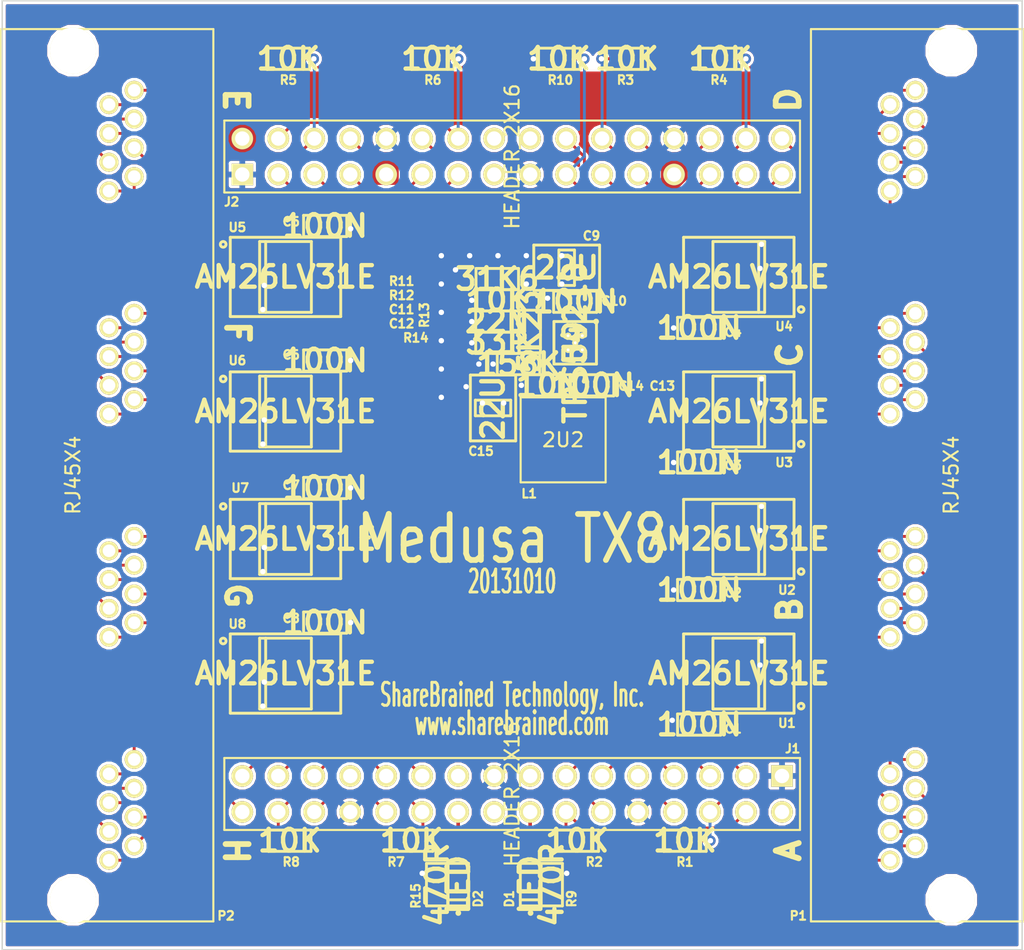
<source format=kicad_pcb>
(kicad_pcb (version 20171130) (host pcbnew "(5.1.12)-1")
  (layers (0 F.Cu signal) (31 B.Cu signal) (34 B.Paste user) (35 F.Paste user) (36 B.SilkS user) (37 F.SilkS user) (38 B.Mask user) (39 F.Mask user) (44 Edge.Cuts user))
  (net 0 "")
  (net 1 /AF0)
  (net 2 /AF1)
  (net 3 /AF11)
  (net 4 /AF12)
  (net 5 /AF13)
  (net 6 /AF14)
  (net 7 /AF15)
  (net 8 /AF16)
  (net 9 /AF17)
  (net 10 /AF18)
  (net 11 /AF19)
  (net 12 /AF2)
  (net 13 /AF3)
  (net 14 /AF4)
  (net 15 /AF5)
  (net 16 /AF6)
  (net 17 /AF7)
  (net 18 /AF9)
  (net 19 /AS0)
  (net 20 /AS1)
  (net 21 /AS2)
  (net 22 /AS3)
  (net 23 /BF0)
  (net 24 /BF1)
  (net 25 /BF10)
  (net 26 /BF11)
  (net 27 /BF12)
  (net 28 /BF13)
  (net 29 /BF14)
  (net 30 /BF15)
  (net 31 /BF16)
  (net 32 /BF17)
  (net 33 /BF18)
  (net 34 /BF19)
  (net 35 /BF2)
  (net 36 /BF3)
  (net 37 /BF4)
  (net 38 /BF5)
  (net 39 /BF6)
  (net 40 /BF7)
  (net 41 /BS0)
  (net 42 /BS1)
  (net 43 /BS2)
  (net 44 /BS3)
  (net 45 /SWPH)
  (net 46 /TX0N)
  (net 47 /TX0P)
  (net 48 /TX10N)
  (net 49 /TX10P)
  (net 50 /TX11N)
  (net 51 /TX11P)
  (net 52 /TX12N)
  (net 53 /TX12P)
  (net 54 /TX13N)
  (net 55 /TX13P)
  (net 56 /TX14N)
  (net 57 /TX14P)
  (net 58 /TX15N)
  (net 59 /TX15P)
  (net 60 /TX16N)
  (net 61 /TX16P)
  (net 62 /TX17N)
  (net 63 /TX17P)
  (net 64 /TX18N)
  (net 65 /TX18P)
  (net 66 /TX19N)
  (net 67 /TX19P)
  (net 68 /TX1N)
  (net 69 /TX1P)
  (net 70 /TX20N)
  (net 71 /TX20P)
  (net 72 /TX21N)
  (net 73 /TX21P)
  (net 74 /TX22N)
  (net 75 /TX22P)
  (net 76 /TX23N)
  (net 77 /TX23P)
  (net 78 /TX24N)
  (net 79 /TX24P)
  (net 80 /TX25N)
  (net 81 /TX25P)
  (net 82 /TX26N)
  (net 83 /TX26P)
  (net 84 /TX27N)
  (net 85 /TX27P)
  (net 86 /TX28N)
  (net 87 /TX28P)
  (net 88 /TX29N)
  (net 89 /TX29P)
  (net 90 /TX2N)
  (net 91 /TX2P)
  (net 92 /TX30N)
  (net 93 /TX30P)
  (net 94 /TX31N)
  (net 95 /TX31P)
  (net 96 /TX3N)
  (net 97 /TX3P)
  (net 98 /TX4N)
  (net 99 /TX4P)
  (net 100 /TX5N)
  (net 101 /TX5P)
  (net 102 /TX6N)
  (net 103 /TX6P)
  (net 104 /TX7N)
  (net 105 /TX7P)
  (net 106 /TX8N)
  (net 107 /TX8P)
  (net 108 /TX9N)
  (net 109 /TX9P)
  (net 110 /VTX)
  (net 111 /V_RAW)
  (net 112 GND)
  (net 113 Net-<C11-Pad1>)
  (net 114 Net-<C12-Pad1>)
  (net 115 Net-<C13-Pad1>)
  (net 116 Net-<C14-Pad1>)
  (net 117 Net-<D1-Pad2>)
  (net 118 Net-<D2-Pad2>)
  (net 119 Net-<R11-Pad2>)
  (net 120 Net-<R14-Pad2>)
  (module AMPHENOL_RJHSE508004 (layer F.Cu) (at 172 93.5 90)
    (fp_text reference P1 (at -31.1 -10.8 180) (layer F.SilkS) (effects (font (size 0.6096 0.6096) (thickness 0.1524))))
    (fp_text value RJ45X4 (at 0 0 90) (layer F.SilkS))
    (pad "" np_thru_hole circle (at -29.972 0 90) (size 3.25 3.25) (drill 3.25) (layers *.Cu *.Mask F.SilkS))
    (pad A8 thru_hole circle (at -27.178 -4.318 90) (size 1.3335 1.3335) (drill 0.889) (layers *.Cu *.Mask F.SilkS) (net 96 /TX3N))
    (pad A7 thru_hole circle (at -26.162 -2.54 90) (size 1.3335 1.3335) (drill 0.889) (layers *.Cu *.Mask F.SilkS) (net 97 /TX3P))
    (pad A6 thru_hole circle (at -25.146 -4.318 90) (size 1.3335 1.3335) (drill 0.889) (layers *.Cu *.Mask F.SilkS) (net 68 /TX1N))
    (pad A5 thru_hole circle (at -24.13 -2.54 90) (size 1.3335 1.3335) (drill 0.889) (layers *.Cu *.Mask F.SilkS) (net 91 /TX2P))
    (pad A4 thru_hole circle (at -23.114 -4.318 90) (size 1.3335 1.3335) (drill 0.889) (layers *.Cu *.Mask F.SilkS) (net 90 /TX2N))
    (pad A3 thru_hole circle (at -22.098 -2.54 90) (size 1.3335 1.3335) (drill 0.889) (layers *.Cu *.Mask F.SilkS) (net 69 /TX1P))
    (pad A2 thru_hole circle (at -21.082 -4.318 90) (size 1.3335 1.3335) (drill 0.889) (layers *.Cu *.Mask F.SilkS) (net 46 /TX0N))
    (pad A1 thru_hole circle (at -20.066 -2.54 90) (size 1.3335 1.3335) (drill 0.889) (layers *.Cu *.Mask F.SilkS) (net 47 /TX0P))
    (pad B8 thru_hole circle (at -11.43 -4.318 90) (size 1.3335 1.3335) (drill 0.889) (layers *.Cu *.Mask F.SilkS) (net 104 /TX7N))
    (pad B7 thru_hole circle (at -10.414 -2.54 90) (size 1.3335 1.3335) (drill 0.889) (layers *.Cu *.Mask F.SilkS) (net 105 /TX7P))
    (pad B6 thru_hole circle (at -9.398 -4.318 90) (size 1.3335 1.3335) (drill 0.889) (layers *.Cu *.Mask F.SilkS) (net 100 /TX5N))
    (pad B5 thru_hole circle (at -8.382 -2.54 90) (size 1.3335 1.3335) (drill 0.889) (layers *.Cu *.Mask F.SilkS) (net 103 /TX6P))
    (pad B4 thru_hole circle (at -7.366 -4.318 90) (size 1.3335 1.3335) (drill 0.889) (layers *.Cu *.Mask F.SilkS) (net 102 /TX6N))
    (pad B3 thru_hole circle (at -6.35 -2.54 90) (size 1.3335 1.3335) (drill 0.889) (layers *.Cu *.Mask F.SilkS) (net 101 /TX5P))
    (pad B2 thru_hole circle (at -5.334 -4.318 90) (size 1.3335 1.3335) (drill 0.889) (layers *.Cu *.Mask F.SilkS) (net 98 /TX4N))
    (pad B1 thru_hole circle (at -4.318 -2.54 90) (size 1.3335 1.3335) (drill 0.889) (layers *.Cu *.Mask F.SilkS) (net 99 /TX4P))
    (pad C1 thru_hole circle (at 11.43 -2.54 90) (size 1.3335 1.3335) (drill 0.889) (layers *.Cu *.Mask F.SilkS) (net 107 /TX8P))
    (pad C2 thru_hole circle (at 10.414 -4.318 90) (size 1.3335 1.3335) (drill 0.889) (layers *.Cu *.Mask F.SilkS) (net 106 /TX8N))
    (pad C3 thru_hole circle (at 9.398 -2.54 90) (size 1.3335 1.3335) (drill 0.889) (layers *.Cu *.Mask F.SilkS) (net 109 /TX9P))
    (pad C4 thru_hole circle (at 8.382 -4.318 90) (size 1.3335 1.3335) (drill 0.889) (layers *.Cu *.Mask F.SilkS) (net 48 /TX10N))
    (pad C5 thru_hole circle (at 7.366 -2.54 90) (size 1.3335 1.3335) (drill 0.889) (layers *.Cu *.Mask F.SilkS) (net 49 /TX10P))
    (pad C6 thru_hole circle (at 6.35 -4.318 90) (size 1.3335 1.3335) (drill 0.889) (layers *.Cu *.Mask F.SilkS) (net 108 /TX9N))
    (pad C7 thru_hole circle (at 5.334 -2.54 90) (size 1.3335 1.3335) (drill 0.889) (layers *.Cu *.Mask F.SilkS) (net 51 /TX11P))
    (pad C8 thru_hole circle (at 4.318 -4.318 90) (size 1.3335 1.3335) (drill 0.889) (layers *.Cu *.Mask F.SilkS) (net 50 /TX11N))
    (pad D1 thru_hole circle (at 27.178 -2.54 90) (size 1.3335 1.3335) (drill 0.889) (layers *.Cu *.Mask F.SilkS) (net 53 /TX12P))
    (pad D2 thru_hole circle (at 26.162 -4.318 90) (size 1.3335 1.3335) (drill 0.889) (layers *.Cu *.Mask F.SilkS) (net 52 /TX12N))
    (pad D3 thru_hole circle (at 25.146 -2.54 90) (size 1.3335 1.3335) (drill 0.889) (layers *.Cu *.Mask F.SilkS) (net 55 /TX13P))
    (pad D4 thru_hole circle (at 24.13 -4.318 90) (size 1.3335 1.3335) (drill 0.889) (layers *.Cu *.Mask F.SilkS) (net 56 /TX14N))
    (pad D5 thru_hole circle (at 23.114 -2.54 90) (size 1.3335 1.3335) (drill 0.889) (layers *.Cu *.Mask F.SilkS) (net 57 /TX14P))
    (pad D6 thru_hole circle (at 22.098 -4.318 90) (size 1.3335 1.3335) (drill 0.889) (layers *.Cu *.Mask F.SilkS) (net 54 /TX13N))
    (pad D7 thru_hole circle (at 21.082 -2.54 90) (size 1.3335 1.3335) (drill 0.889) (layers *.Cu *.Mask F.SilkS) (net 59 /TX15P))
    (pad D8 thru_hole circle (at 20.066 -4.318 90) (size 1.3335 1.3335) (drill 0.889) (layers *.Cu *.Mask F.SilkS) (net 58 /TX15N))
    (pad "" np_thru_hole circle (at 29.972 0 90) (size 3.25 3.25) (drill 3.25) (layers *.Cu *.Mask F.SilkS))
  )
  (module AMPHENOL_RJHSE508004 (layer F.Cu) (at 110 93.5 270)
    (fp_text reference P2 (at 31.1 -10.8) (layer F.SilkS) (effects (font (size 0.6096 0.6096) (thickness 0.1524))))
    (fp_text value RJ45X4 (at 0 0 270) (layer F.SilkS))
    (pad "" np_thru_hole circle (at -29.972 0 270) (size 3.25 3.25) (drill 3.25) (layers *.Cu *.Mask F.SilkS))
    (pad A8 thru_hole circle (at -27.178 -4.318 270) (size 1.3335 1.3335) (drill 0.889) (layers *.Cu *.Mask F.SilkS) (net 66 /TX19N))
    (pad A7 thru_hole circle (at -26.162 -2.54 270) (size 1.3335 1.3335) (drill 0.889) (layers *.Cu *.Mask F.SilkS) (net 67 /TX19P))
    (pad A6 thru_hole circle (at -25.146 -4.318 270) (size 1.3335 1.3335) (drill 0.889) (layers *.Cu *.Mask F.SilkS) (net 62 /TX17N))
    (pad A5 thru_hole circle (at -24.13 -2.54 270) (size 1.3335 1.3335) (drill 0.889) (layers *.Cu *.Mask F.SilkS) (net 65 /TX18P))
    (pad A4 thru_hole circle (at -23.114 -4.318 270) (size 1.3335 1.3335) (drill 0.889) (layers *.Cu *.Mask F.SilkS) (net 64 /TX18N))
    (pad A3 thru_hole circle (at -22.098 -2.54 270) (size 1.3335 1.3335) (drill 0.889) (layers *.Cu *.Mask F.SilkS) (net 63 /TX17P))
    (pad A2 thru_hole circle (at -21.082 -4.318 270) (size 1.3335 1.3335) (drill 0.889) (layers *.Cu *.Mask F.SilkS) (net 60 /TX16N))
    (pad A1 thru_hole circle (at -20.066 -2.54 270) (size 1.3335 1.3335) (drill 0.889) (layers *.Cu *.Mask F.SilkS) (net 61 /TX16P))
    (pad B8 thru_hole circle (at -11.43 -4.318 270) (size 1.3335 1.3335) (drill 0.889) (layers *.Cu *.Mask F.SilkS) (net 76 /TX23N))
    (pad B7 thru_hole circle (at -10.414 -2.54 270) (size 1.3335 1.3335) (drill 0.889) (layers *.Cu *.Mask F.SilkS) (net 77 /TX23P))
    (pad B6 thru_hole circle (at -9.398 -4.318 270) (size 1.3335 1.3335) (drill 0.889) (layers *.Cu *.Mask F.SilkS) (net 72 /TX21N))
    (pad B5 thru_hole circle (at -8.382 -2.54 270) (size 1.3335 1.3335) (drill 0.889) (layers *.Cu *.Mask F.SilkS) (net 75 /TX22P))
    (pad B4 thru_hole circle (at -7.366 -4.318 270) (size 1.3335 1.3335) (drill 0.889) (layers *.Cu *.Mask F.SilkS) (net 74 /TX22N))
    (pad B3 thru_hole circle (at -6.35 -2.54 270) (size 1.3335 1.3335) (drill 0.889) (layers *.Cu *.Mask F.SilkS) (net 73 /TX21P))
    (pad B2 thru_hole circle (at -5.334 -4.318 270) (size 1.3335 1.3335) (drill 0.889) (layers *.Cu *.Mask F.SilkS) (net 70 /TX20N))
    (pad B1 thru_hole circle (at -4.318 -2.54 270) (size 1.3335 1.3335) (drill 0.889) (layers *.Cu *.Mask F.SilkS) (net 71 /TX20P))
    (pad C1 thru_hole circle (at 11.43 -2.54 270) (size 1.3335 1.3335) (drill 0.889) (layers *.Cu *.Mask F.SilkS) (net 79 /TX24P))
    (pad C2 thru_hole circle (at 10.414 -4.318 270) (size 1.3335 1.3335) (drill 0.889) (layers *.Cu *.Mask F.SilkS) (net 78 /TX24N))
    (pad C3 thru_hole circle (at 9.398 -2.54 270) (size 1.3335 1.3335) (drill 0.889) (layers *.Cu *.Mask F.SilkS) (net 81 /TX25P))
    (pad C4 thru_hole circle (at 8.382 -4.318 270) (size 1.3335 1.3335) (drill 0.889) (layers *.Cu *.Mask F.SilkS) (net 82 /TX26N))
    (pad C5 thru_hole circle (at 7.366 -2.54 270) (size 1.3335 1.3335) (drill 0.889) (layers *.Cu *.Mask F.SilkS) (net 83 /TX26P))
    (pad C6 thru_hole circle (at 6.35 -4.318 270) (size 1.3335 1.3335) (drill 0.889) (layers *.Cu *.Mask F.SilkS) (net 80 /TX25N))
    (pad C7 thru_hole circle (at 5.334 -2.54 270) (size 1.3335 1.3335) (drill 0.889) (layers *.Cu *.Mask F.SilkS) (net 85 /TX27P))
    (pad C8 thru_hole circle (at 4.318 -4.318 270) (size 1.3335 1.3335) (drill 0.889) (layers *.Cu *.Mask F.SilkS) (net 84 /TX27N))
    (pad D1 thru_hole circle (at 27.178 -2.54 270) (size 1.3335 1.3335) (drill 0.889) (layers *.Cu *.Mask F.SilkS) (net 87 /TX28P))
    (pad D2 thru_hole circle (at 26.162 -4.318 270) (size 1.3335 1.3335) (drill 0.889) (layers *.Cu *.Mask F.SilkS) (net 86 /TX28N))
    (pad D3 thru_hole circle (at 25.146 -2.54 270) (size 1.3335 1.3335) (drill 0.889) (layers *.Cu *.Mask F.SilkS) (net 89 /TX29P))
    (pad D4 thru_hole circle (at 24.13 -4.318 270) (size 1.3335 1.3335) (drill 0.889) (layers *.Cu *.Mask F.SilkS) (net 92 /TX30N))
    (pad D5 thru_hole circle (at 23.114 -2.54 270) (size 1.3335 1.3335) (drill 0.889) (layers *.Cu *.Mask F.SilkS) (net 93 /TX30P))
    (pad D6 thru_hole circle (at 22.098 -4.318 270) (size 1.3335 1.3335) (drill 0.889) (layers *.Cu *.Mask F.SilkS) (net 88 /TX29N))
    (pad D7 thru_hole circle (at 21.082 -2.54 270) (size 1.3335 1.3335) (drill 0.889) (layers *.Cu *.Mask F.SilkS) (net 95 /TX31P))
    (pad D8 thru_hole circle (at 20.066 -4.318 270) (size 1.3335 1.3335) (drill 0.889) (layers *.Cu *.Mask F.SilkS) (net 94 /TX31N))
    (pad "" np_thru_hole circle (at 29.972 0 270) (size 3.25 3.25) (drill 3.25) (layers *.Cu *.Mask F.SilkS))
  )
  (module IPC_SOP65P640X120-16N (layer F.Cu) (at 157 89 180)
    (fp_text reference U3 (at -3.2 -3.6 180) (layer F.SilkS) (effects (font (size 0.6096 0.6096) (thickness 0.1524))))
    (fp_text value AM26LV31E (at 0 0 180) (layer F.SilkS) (effects (font (size 1.524 1.524) (thickness 0.3048))))
    (pad 1 smd rect (at -2.90068 -2.27584 180) (size 1.50114 0.44958) (layers F.Cu F.Paste F.Mask) (net 29 /BF14))
    (pad 2 smd rect (at -2.90068 -1.6256 180) (size 1.50114 0.44958) (layers F.Cu F.Paste F.Mask) (net 49 /TX10P))
    (pad 3 smd rect (at -2.90068 -0.97536 180) (size 1.50114 0.44958) (layers F.Cu F.Paste F.Mask) (net 48 /TX10N))
    (pad 4 smd rect (at -2.90068 -0.32512 180) (size 1.50114 0.44958) (layers F.Cu F.Paste F.Mask) (net 112 GND))
    (pad 5 smd rect (at -2.90068 0.32512 180) (size 1.50114 0.44958) (layers F.Cu F.Paste F.Mask) (net 106 /TX8N))
    (pad 6 smd rect (at -2.90068 0.97536 180) (size 1.50114 0.44958) (layers F.Cu F.Paste F.Mask) (net 107 /TX8P))
    (pad 7 smd rect (at -2.90068 1.6256 180) (size 1.50114 0.44958) (layers F.Cu F.Paste F.Mask) (net 31 /BF16))
    (pad 8 smd rect (at -2.90068 2.27584 180) (size 1.50114 0.44958) (layers F.Cu F.Paste F.Mask) (net 112 GND))
    (pad 9 smd rect (at 2.90068 2.27584 180) (size 1.50114 0.44958) (layers F.Cu F.Paste F.Mask) (net 28 /BF13))
    (pad 10 smd rect (at 2.90068 1.6256 180) (size 1.50114 0.44958) (layers F.Cu F.Paste F.Mask) (net 51 /TX11P))
    (pad 11 smd rect (at 2.90068 0.97536 180) (size 1.50114 0.44958) (layers F.Cu F.Paste F.Mask) (net 50 /TX11N))
    (pad 12 smd rect (at 2.90068 0.32512 180) (size 1.50114 0.44958) (layers F.Cu F.Paste F.Mask) (net 43 /BS2))
    (pad 13 smd rect (at 2.90068 -0.32512 180) (size 1.50114 0.44958) (layers F.Cu F.Paste F.Mask) (net 108 /TX9N))
    (pad 14 smd rect (at 2.90068 -0.97536 180) (size 1.50114 0.44958) (layers F.Cu F.Paste F.Mask) (net 109 /TX9P))
    (pad 15 smd rect (at 2.90068 -1.6256 180) (size 1.50114 0.44958) (layers F.Cu F.Paste F.Mask) (net 27 /BF12))
    (pad 16 smd rect (at 2.90068 -2.27584 180) (size 1.50114 0.44958) (layers F.Cu F.Paste F.Mask) (net 110 /VTX))
  )
  (module IPC_SOP65P640X120-16N (layer F.Cu) (at 157 79.5 180)
    (fp_text reference U4 (at -3.2 -3.5 180) (layer F.SilkS) (effects (font (size 0.6096 0.6096) (thickness 0.1524))))
    (fp_text value AM26LV31E (at 0 0 180) (layer F.SilkS) (effects (font (size 1.524 1.524) (thickness 0.3048))))
    (pad 1 smd rect (at -2.90068 -2.27584 180) (size 1.50114 0.44958) (layers F.Cu F.Paste F.Mask) (net 33 /BF18))
    (pad 2 smd rect (at -2.90068 -1.6256 180) (size 1.50114 0.44958) (layers F.Cu F.Paste F.Mask) (net 57 /TX14P))
    (pad 3 smd rect (at -2.90068 -0.97536 180) (size 1.50114 0.44958) (layers F.Cu F.Paste F.Mask) (net 56 /TX14N))
    (pad 4 smd rect (at -2.90068 -0.32512 180) (size 1.50114 0.44958) (layers F.Cu F.Paste F.Mask) (net 112 GND))
    (pad 5 smd rect (at -2.90068 0.32512 180) (size 1.50114 0.44958) (layers F.Cu F.Paste F.Mask) (net 52 /TX12N))
    (pad 6 smd rect (at -2.90068 0.97536 180) (size 1.50114 0.44958) (layers F.Cu F.Paste F.Mask) (net 53 /TX12P))
    (pad 7 smd rect (at -2.90068 1.6256 180) (size 1.50114 0.44958) (layers F.Cu F.Paste F.Mask) (net 34 /BF19))
    (pad 8 smd rect (at -2.90068 2.27584 180) (size 1.50114 0.44958) (layers F.Cu F.Paste F.Mask) (net 112 GND))
    (pad 9 smd rect (at 2.90068 2.27584 180) (size 1.50114 0.44958) (layers F.Cu F.Paste F.Mask) (net 32 /BF17))
    (pad 10 smd rect (at 2.90068 1.6256 180) (size 1.50114 0.44958) (layers F.Cu F.Paste F.Mask) (net 59 /TX15P))
    (pad 11 smd rect (at 2.90068 0.97536 180) (size 1.50114 0.44958) (layers F.Cu F.Paste F.Mask) (net 58 /TX15N))
    (pad 12 smd rect (at 2.90068 0.32512 180) (size 1.50114 0.44958) (layers F.Cu F.Paste F.Mask) (net 44 /BS3))
    (pad 13 smd rect (at 2.90068 -0.32512 180) (size 1.50114 0.44958) (layers F.Cu F.Paste F.Mask) (net 54 /TX13N))
    (pad 14 smd rect (at 2.90068 -0.97536 180) (size 1.50114 0.44958) (layers F.Cu F.Paste F.Mask) (net 55 /TX13P))
    (pad 15 smd rect (at 2.90068 -1.6256 180) (size 1.50114 0.44958) (layers F.Cu F.Paste F.Mask) (net 30 /BF15))
    (pad 16 smd rect (at 2.90068 -2.27584 180) (size 1.50114 0.44958) (layers F.Cu F.Paste F.Mask) (net 110 /VTX))
  )
  (module IPC_SOP65P640X120-16N (layer F.Cu) (at 125 79.5)
    (fp_text reference U5 (at -3.4 -3.5) (layer F.SilkS) (effects (font (size 0.6096 0.6096) (thickness 0.1524))))
    (fp_text value AM26LV31E (at 0 0) (layer F.SilkS) (effects (font (size 1.524 1.524) (thickness 0.3048))))
    (pad 1 smd rect (at -2.90068 -2.27584) (size 1.50114 0.44958) (layers F.Cu F.Paste F.Mask) (net 24 /BF1))
    (pad 2 smd rect (at -2.90068 -1.6256) (size 1.50114 0.44958) (layers F.Cu F.Paste F.Mask) (net 65 /TX18P))
    (pad 3 smd rect (at -2.90068 -0.97536) (size 1.50114 0.44958) (layers F.Cu F.Paste F.Mask) (net 64 /TX18N))
    (pad 4 smd rect (at -2.90068 -0.32512) (size 1.50114 0.44958) (layers F.Cu F.Paste F.Mask) (net 112 GND))
    (pad 5 smd rect (at -2.90068 0.32512) (size 1.50114 0.44958) (layers F.Cu F.Paste F.Mask) (net 60 /TX16N))
    (pad 6 smd rect (at -2.90068 0.97536) (size 1.50114 0.44958) (layers F.Cu F.Paste F.Mask) (net 61 /TX16P))
    (pad 7 smd rect (at -2.90068 1.6256) (size 1.50114 0.44958) (layers F.Cu F.Paste F.Mask) (net 36 /BF3))
    (pad 8 smd rect (at -2.90068 2.27584) (size 1.50114 0.44958) (layers F.Cu F.Paste F.Mask) (net 112 GND))
    (pad 9 smd rect (at 2.90068 2.27584) (size 1.50114 0.44958) (layers F.Cu F.Paste F.Mask) (net 35 /BF2))
    (pad 10 smd rect (at 2.90068 1.6256) (size 1.50114 0.44958) (layers F.Cu F.Paste F.Mask) (net 67 /TX19P))
    (pad 11 smd rect (at 2.90068 0.97536) (size 1.50114 0.44958) (layers F.Cu F.Paste F.Mask) (net 66 /TX19N))
    (pad 12 smd rect (at 2.90068 0.32512) (size 1.50114 0.44958) (layers F.Cu F.Paste F.Mask) (net 41 /BS0))
    (pad 13 smd rect (at 2.90068 -0.32512) (size 1.50114 0.44958) (layers F.Cu F.Paste F.Mask) (net 62 /TX17N))
    (pad 14 smd rect (at 2.90068 -0.97536) (size 1.50114 0.44958) (layers F.Cu F.Paste F.Mask) (net 63 /TX17P))
    (pad 15 smd rect (at 2.90068 -1.6256) (size 1.50114 0.44958) (layers F.Cu F.Paste F.Mask) (net 23 /BF0))
    (pad 16 smd rect (at 2.90068 -2.27584) (size 1.50114 0.44958) (layers F.Cu F.Paste F.Mask) (net 110 /VTX))
  )
  (module IPC_SOP65P640X120-16N (layer F.Cu) (at 125 89)
    (fp_text reference U6 (at -3.4 -3.6) (layer F.SilkS) (effects (font (size 0.6096 0.6096) (thickness 0.1524))))
    (fp_text value AM26LV31E (at 0 0) (layer F.SilkS) (effects (font (size 1.524 1.524) (thickness 0.3048))))
    (pad 1 smd rect (at -2.90068 -2.27584) (size 1.50114 0.44958) (layers F.Cu F.Paste F.Mask) (net 39 /BF6))
    (pad 2 smd rect (at -2.90068 -1.6256) (size 1.50114 0.44958) (layers F.Cu F.Paste F.Mask) (net 75 /TX22P))
    (pad 3 smd rect (at -2.90068 -0.97536) (size 1.50114 0.44958) (layers F.Cu F.Paste F.Mask) (net 74 /TX22N))
    (pad 4 smd rect (at -2.90068 -0.32512) (size 1.50114 0.44958) (layers F.Cu F.Paste F.Mask) (net 112 GND))
    (pad 5 smd rect (at -2.90068 0.32512) (size 1.50114 0.44958) (layers F.Cu F.Paste F.Mask) (net 70 /TX20N))
    (pad 6 smd rect (at -2.90068 0.97536) (size 1.50114 0.44958) (layers F.Cu F.Paste F.Mask) (net 71 /TX20P))
    (pad 7 smd rect (at -2.90068 1.6256) (size 1.50114 0.44958) (layers F.Cu F.Paste F.Mask) (net 40 /BF7))
    (pad 8 smd rect (at -2.90068 2.27584) (size 1.50114 0.44958) (layers F.Cu F.Paste F.Mask) (net 112 GND))
    (pad 9 smd rect (at 2.90068 2.27584) (size 1.50114 0.44958) (layers F.Cu F.Paste F.Mask) (net 38 /BF5))
    (pad 10 smd rect (at 2.90068 1.6256) (size 1.50114 0.44958) (layers F.Cu F.Paste F.Mask) (net 77 /TX23P))
    (pad 11 smd rect (at 2.90068 0.97536) (size 1.50114 0.44958) (layers F.Cu F.Paste F.Mask) (net 76 /TX23N))
    (pad 12 smd rect (at 2.90068 0.32512) (size 1.50114 0.44958) (layers F.Cu F.Paste F.Mask) (net 42 /BS1))
    (pad 13 smd rect (at 2.90068 -0.32512) (size 1.50114 0.44958) (layers F.Cu F.Paste F.Mask) (net 72 /TX21N))
    (pad 14 smd rect (at 2.90068 -0.97536) (size 1.50114 0.44958) (layers F.Cu F.Paste F.Mask) (net 73 /TX21P))
    (pad 15 smd rect (at 2.90068 -1.6256) (size 1.50114 0.44958) (layers F.Cu F.Paste F.Mask) (net 37 /BF4))
    (pad 16 smd rect (at 2.90068 -2.27584) (size 1.50114 0.44958) (layers F.Cu F.Paste F.Mask) (net 110 /VTX))
  )
  (module IPC_SOP65P640X120-16N (layer F.Cu) (at 125 98)
    (fp_text reference U7 (at -3.2 -3.6) (layer F.SilkS) (effects (font (size 0.6096 0.6096) (thickness 0.1524))))
    (fp_text value AM26LV31E (at 0 0) (layer F.SilkS) (effects (font (size 1.524 1.524) (thickness 0.3048))))
    (pad 1 smd rect (at -2.90068 -2.27584) (size 1.50114 0.44958) (layers F.Cu F.Paste F.Mask) (net 6 /AF14))
    (pad 2 smd rect (at -2.90068 -1.6256) (size 1.50114 0.44958) (layers F.Cu F.Paste F.Mask) (net 83 /TX26P))
    (pad 3 smd rect (at -2.90068 -0.97536) (size 1.50114 0.44958) (layers F.Cu F.Paste F.Mask) (net 82 /TX26N))
    (pad 4 smd rect (at -2.90068 -0.32512) (size 1.50114 0.44958) (layers F.Cu F.Paste F.Mask) (net 112 GND))
    (pad 5 smd rect (at -2.90068 0.32512) (size 1.50114 0.44958) (layers F.Cu F.Paste F.Mask) (net 78 /TX24N))
    (pad 6 smd rect (at -2.90068 0.97536) (size 1.50114 0.44958) (layers F.Cu F.Paste F.Mask) (net 79 /TX24P))
    (pad 7 smd rect (at -2.90068 1.6256) (size 1.50114 0.44958) (layers F.Cu F.Paste F.Mask) (net 8 /AF16))
    (pad 8 smd rect (at -2.90068 2.27584) (size 1.50114 0.44958) (layers F.Cu F.Paste F.Mask) (net 112 GND))
    (pad 9 smd rect (at 2.90068 2.27584) (size 1.50114 0.44958) (layers F.Cu F.Paste F.Mask) (net 5 /AF13))
    (pad 10 smd rect (at 2.90068 1.6256) (size 1.50114 0.44958) (layers F.Cu F.Paste F.Mask) (net 85 /TX27P))
    (pad 11 smd rect (at 2.90068 0.97536) (size 1.50114 0.44958) (layers F.Cu F.Paste F.Mask) (net 84 /TX27N))
    (pad 12 smd rect (at 2.90068 0.32512) (size 1.50114 0.44958) (layers F.Cu F.Paste F.Mask) (net 21 /AS2))
    (pad 13 smd rect (at 2.90068 -0.32512) (size 1.50114 0.44958) (layers F.Cu F.Paste F.Mask) (net 80 /TX25N))
    (pad 14 smd rect (at 2.90068 -0.97536) (size 1.50114 0.44958) (layers F.Cu F.Paste F.Mask) (net 81 /TX25P))
    (pad 15 smd rect (at 2.90068 -1.6256) (size 1.50114 0.44958) (layers F.Cu F.Paste F.Mask) (net 4 /AF12))
    (pad 16 smd rect (at 2.90068 -2.27584) (size 1.50114 0.44958) (layers F.Cu F.Paste F.Mask) (net 110 /VTX))
  )
  (module IPC_SOP65P640X120-16N (layer F.Cu) (at 125 107.5)
    (fp_text reference U8 (at -3.4 -3.5) (layer F.SilkS) (effects (font (size 0.6096 0.6096) (thickness 0.1524))))
    (fp_text value AM26LV31E (at 0 0) (layer F.SilkS) (effects (font (size 1.524 1.524) (thickness 0.3048))))
    (pad 1 smd rect (at -2.90068 -2.27584) (size 1.50114 0.44958) (layers F.Cu F.Paste F.Mask) (net 10 /AF18))
    (pad 2 smd rect (at -2.90068 -1.6256) (size 1.50114 0.44958) (layers F.Cu F.Paste F.Mask) (net 93 /TX30P))
    (pad 3 smd rect (at -2.90068 -0.97536) (size 1.50114 0.44958) (layers F.Cu F.Paste F.Mask) (net 92 /TX30N))
    (pad 4 smd rect (at -2.90068 -0.32512) (size 1.50114 0.44958) (layers F.Cu F.Paste F.Mask) (net 112 GND))
    (pad 5 smd rect (at -2.90068 0.32512) (size 1.50114 0.44958) (layers F.Cu F.Paste F.Mask) (net 86 /TX28N))
    (pad 6 smd rect (at -2.90068 0.97536) (size 1.50114 0.44958) (layers F.Cu F.Paste F.Mask) (net 87 /TX28P))
    (pad 7 smd rect (at -2.90068 1.6256) (size 1.50114 0.44958) (layers F.Cu F.Paste F.Mask) (net 11 /AF19))
    (pad 8 smd rect (at -2.90068 2.27584) (size 1.50114 0.44958) (layers F.Cu F.Paste F.Mask) (net 112 GND))
    (pad 9 smd rect (at 2.90068 2.27584) (size 1.50114 0.44958) (layers F.Cu F.Paste F.Mask) (net 9 /AF17))
    (pad 10 smd rect (at 2.90068 1.6256) (size 1.50114 0.44958) (layers F.Cu F.Paste F.Mask) (net 95 /TX31P))
    (pad 11 smd rect (at 2.90068 0.97536) (size 1.50114 0.44958) (layers F.Cu F.Paste F.Mask) (net 94 /TX31N))
    (pad 12 smd rect (at 2.90068 0.32512) (size 1.50114 0.44958) (layers F.Cu F.Paste F.Mask) (net 22 /AS3))
    (pad 13 smd rect (at 2.90068 -0.32512) (size 1.50114 0.44958) (layers F.Cu F.Paste F.Mask) (net 88 /TX29N))
    (pad 14 smd rect (at 2.90068 -0.97536) (size 1.50114 0.44958) (layers F.Cu F.Paste F.Mask) (net 89 /TX29P))
    (pad 15 smd rect (at 2.90068 -1.6256) (size 1.50114 0.44958) (layers F.Cu F.Paste F.Mask) (net 7 /AF15))
    (pad 16 smd rect (at 2.90068 -2.27584) (size 1.50114 0.44958) (layers F.Cu F.Paste F.Mask) (net 110 /VTX))
  )
  (module IPC_SOP65P640X120-16N (layer F.Cu) (at 157 107.5 180)
    (fp_text reference U1 (at -3.4 -3.5 180) (layer F.SilkS) (effects (font (size 0.6096 0.6096) (thickness 0.1524))))
    (fp_text value AM26LV31E (at 0 0 180) (layer F.SilkS) (effects (font (size 1.524 1.524) (thickness 0.3048))))
    (pad 1 smd rect (at -2.90068 -2.27584 180) (size 1.50114 0.44958) (layers F.Cu F.Paste F.Mask) (net 2 /AF1))
    (pad 2 smd rect (at -2.90068 -1.6256 180) (size 1.50114 0.44958) (layers F.Cu F.Paste F.Mask) (net 91 /TX2P))
    (pad 3 smd rect (at -2.90068 -0.97536 180) (size 1.50114 0.44958) (layers F.Cu F.Paste F.Mask) (net 90 /TX2N))
    (pad 4 smd rect (at -2.90068 -0.32512 180) (size 1.50114 0.44958) (layers F.Cu F.Paste F.Mask) (net 112 GND))
    (pad 5 smd rect (at -2.90068 0.32512 180) (size 1.50114 0.44958) (layers F.Cu F.Paste F.Mask) (net 46 /TX0N))
    (pad 6 smd rect (at -2.90068 0.97536 180) (size 1.50114 0.44958) (layers F.Cu F.Paste F.Mask) (net 47 /TX0P))
    (pad 7 smd rect (at -2.90068 1.6256 180) (size 1.50114 0.44958) (layers F.Cu F.Paste F.Mask) (net 13 /AF3))
    (pad 8 smd rect (at -2.90068 2.27584 180) (size 1.50114 0.44958) (layers F.Cu F.Paste F.Mask) (net 112 GND))
    (pad 9 smd rect (at 2.90068 2.27584 180) (size 1.50114 0.44958) (layers F.Cu F.Paste F.Mask) (net 12 /AF2))
    (pad 10 smd rect (at 2.90068 1.6256 180) (size 1.50114 0.44958) (layers F.Cu F.Paste F.Mask) (net 97 /TX3P))
    (pad 11 smd rect (at 2.90068 0.97536 180) (size 1.50114 0.44958) (layers F.Cu F.Paste F.Mask) (net 96 /TX3N))
    (pad 12 smd rect (at 2.90068 0.32512 180) (size 1.50114 0.44958) (layers F.Cu F.Paste F.Mask) (net 19 /AS0))
    (pad 13 smd rect (at 2.90068 -0.32512 180) (size 1.50114 0.44958) (layers F.Cu F.Paste F.Mask) (net 68 /TX1N))
    (pad 14 smd rect (at 2.90068 -0.97536 180) (size 1.50114 0.44958) (layers F.Cu F.Paste F.Mask) (net 69 /TX1P))
    (pad 15 smd rect (at 2.90068 -1.6256 180) (size 1.50114 0.44958) (layers F.Cu F.Paste F.Mask) (net 1 /AF0))
    (pad 16 smd rect (at 2.90068 -2.27584 180) (size 1.50114 0.44958) (layers F.Cu F.Paste F.Mask) (net 110 /VTX))
  )
  (module IPC_SOP65P640X120-16N (layer F.Cu) (at 157 98 180)
    (fp_text reference U2 (at -3.4 -3.6 180) (layer F.SilkS) (effects (font (size 0.6096 0.6096) (thickness 0.1524))))
    (fp_text value AM26LV31E (at 0 0 180) (layer F.SilkS) (effects (font (size 1.524 1.524) (thickness 0.3048))))
    (pad 1 smd rect (at -2.90068 -2.27584 180) (size 1.50114 0.44958) (layers F.Cu F.Paste F.Mask) (net 16 /AF6))
    (pad 2 smd rect (at -2.90068 -1.6256 180) (size 1.50114 0.44958) (layers F.Cu F.Paste F.Mask) (net 103 /TX6P))
    (pad 3 smd rect (at -2.90068 -0.97536 180) (size 1.50114 0.44958) (layers F.Cu F.Paste F.Mask) (net 102 /TX6N))
    (pad 4 smd rect (at -2.90068 -0.32512 180) (size 1.50114 0.44958) (layers F.Cu F.Paste F.Mask) (net 112 GND))
    (pad 5 smd rect (at -2.90068 0.32512 180) (size 1.50114 0.44958) (layers F.Cu F.Paste F.Mask) (net 98 /TX4N))
    (pad 6 smd rect (at -2.90068 0.97536 180) (size 1.50114 0.44958) (layers F.Cu F.Paste F.Mask) (net 99 /TX4P))
    (pad 7 smd rect (at -2.90068 1.6256 180) (size 1.50114 0.44958) (layers F.Cu F.Paste F.Mask) (net 17 /AF7))
    (pad 8 smd rect (at -2.90068 2.27584 180) (size 1.50114 0.44958) (layers F.Cu F.Paste F.Mask) (net 112 GND))
    (pad 9 smd rect (at 2.90068 2.27584 180) (size 1.50114 0.44958) (layers F.Cu F.Paste F.Mask) (net 15 /AF5))
    (pad 10 smd rect (at 2.90068 1.6256 180) (size 1.50114 0.44958) (layers F.Cu F.Paste F.Mask) (net 105 /TX7P))
    (pad 11 smd rect (at 2.90068 0.97536 180) (size 1.50114 0.44958) (layers F.Cu F.Paste F.Mask) (net 104 /TX7N))
    (pad 12 smd rect (at 2.90068 0.32512 180) (size 1.50114 0.44958) (layers F.Cu F.Paste F.Mask) (net 20 /AS1))
    (pad 13 smd rect (at 2.90068 -0.32512 180) (size 1.50114 0.44958) (layers F.Cu F.Paste F.Mask) (net 100 /TX5N))
    (pad 14 smd rect (at 2.90068 -0.97536 180) (size 1.50114 0.44958) (layers F.Cu F.Paste F.Mask) (net 101 /TX5P))
    (pad 15 smd rect (at 2.90068 -1.6256 180) (size 1.50114 0.44958) (layers F.Cu F.Paste F.Mask) (net 14 /AF4))
    (pad 16 smd rect (at 2.90068 -2.27584 180) (size 1.50114 0.44958) (layers F.Cu F.Paste F.Mask) (net 110 /VTX))
  )
  (module HEADER_16X2_TH_254 (layer F.Cu) (at 141 116 270)
    (fp_text reference J1 (at -3.2 -19.8) (layer F.SilkS) (effects (font (size 0.6096 0.6096) (thickness 0.1524))))
    (fp_text value HEADER_2X16 (at 0 0 270) (layer F.SilkS))
    (pad 1 thru_hole rect (at -1.27 -19.05 270) (size 1.524 1.524) (drill 1.016) (layers *.Cu *.Mask F.SilkS) (net 112 GND))
    (pad 2 thru_hole circle (at 1.27 -19.05 270) (size 1.524 1.524) (drill 1.016) (layers *.Cu *.Mask F.SilkS) (net 111 /V_RAW))
    (pad 3 thru_hole circle (at -1.27 -16.51 270) (size 1.524 1.524) (drill 1.016) (layers *.Cu *.Mask F.SilkS) (net 1 /AF0))
    (pad 4 thru_hole circle (at 1.27 -16.51 270) (size 1.524 1.524) (drill 1.016) (layers *.Cu *.Mask F.SilkS) (net 2 /AF1))
    (pad 5 thru_hole circle (at -1.27 -13.97 270) (size 1.524 1.524) (drill 1.016) (layers *.Cu *.Mask F.SilkS) (net 12 /AF2))
    (pad 6 thru_hole circle (at 1.27 -13.97 270) (size 1.524 1.524) (drill 1.016) (layers *.Cu *.Mask F.SilkS) (net 19 /AS0))
    (pad 7 thru_hole circle (at -1.27 -11.43 270) (size 1.524 1.524) (drill 1.016) (layers *.Cu *.Mask F.SilkS) (net 13 /AF3))
    (pad 8 thru_hole circle (at 1.27 -11.43 270) (size 1.524 1.524) (drill 1.016) (layers *.Cu *.Mask F.SilkS) (net 14 /AF4))
    (pad 9 thru_hole circle (at -1.27 -8.89 270) (size 1.524 1.524) (drill 1.016) (layers *.Cu *.Mask F.SilkS) (net 111 /V_RAW))
    (pad 10 thru_hole circle (at 1.27 -8.89 270) (size 1.524 1.524) (drill 1.016) (layers *.Cu *.Mask F.SilkS) (net 112 GND))
    (pad 11 thru_hole circle (at -1.27 -6.35 270) (size 1.524 1.524) (drill 1.016) (layers *.Cu *.Mask F.SilkS) (net 15 /AF5))
    (pad 12 thru_hole circle (at 1.27 -6.35 270) (size 1.524 1.524) (drill 1.016) (layers *.Cu *.Mask F.SilkS) (net 16 /AF6))
    (pad 13 thru_hole circle (at -1.27 -3.81 270) (size 1.524 1.524) (drill 1.016) (layers *.Cu *.Mask F.SilkS) (net 17 /AF7))
    (pad 14 thru_hole circle (at 1.27 -3.81 270) (size 1.524 1.524) (drill 1.016) (layers *.Cu *.Mask F.SilkS) (net 20 /AS1))
    (pad 15 thru_hole circle (at -1.27 -1.27 270) (size 1.524 1.524) (drill 1.016) (layers *.Cu *.Mask F.SilkS))
    (pad 16 thru_hole circle (at 1.27 -1.27 270) (size 1.524 1.524) (drill 1.016) (layers *.Cu *.Mask F.SilkS) (net 18 /AF9))
    (pad 17 thru_hole circle (at -1.27 1.27 270) (size 1.524 1.524) (drill 1.016) (layers *.Cu *.Mask F.SilkS) (net 112 GND))
    (pad 18 thru_hole circle (at 1.27 1.27 270) (size 1.524 1.524) (drill 1.016) (layers *.Cu *.Mask F.SilkS) (net 111 /V_RAW))
    (pad 19 thru_hole circle (at -1.27 3.81 270) (size 1.524 1.524) (drill 1.016) (layers *.Cu *.Mask F.SilkS))
    (pad 20 thru_hole circle (at 1.27 3.81 270) (size 1.524 1.524) (drill 1.016) (layers *.Cu *.Mask F.SilkS) (net 3 /AF11))
    (pad 21 thru_hole circle (at -1.27 6.35 270) (size 1.524 1.524) (drill 1.016) (layers *.Cu *.Mask F.SilkS) (net 4 /AF12))
    (pad 22 thru_hole circle (at 1.27 6.35 270) (size 1.524 1.524) (drill 1.016) (layers *.Cu *.Mask F.SilkS) (net 21 /AS2))
    (pad 23 thru_hole circle (at -1.27 8.89 270) (size 1.524 1.524) (drill 1.016) (layers *.Cu *.Mask F.SilkS) (net 5 /AF13))
    (pad 24 thru_hole circle (at 1.27 8.89 270) (size 1.524 1.524) (drill 1.016) (layers *.Cu *.Mask F.SilkS) (net 6 /AF14))
    (pad 25 thru_hole circle (at -1.27 11.43 270) (size 1.524 1.524) (drill 1.016) (layers *.Cu *.Mask F.SilkS) (net 111 /V_RAW))
    (pad 26 thru_hole circle (at 1.27 11.43 270) (size 1.524 1.524) (drill 1.016) (layers *.Cu *.Mask F.SilkS) (net 112 GND))
    (pad 27 thru_hole circle (at -1.27 13.97 270) (size 1.524 1.524) (drill 1.016) (layers *.Cu *.Mask F.SilkS) (net 7 /AF15))
    (pad 28 thru_hole circle (at 1.27 13.97 270) (size 1.524 1.524) (drill 1.016) (layers *.Cu *.Mask F.SilkS) (net 8 /AF16))
    (pad 29 thru_hole circle (at -1.27 16.51 270) (size 1.524 1.524) (drill 1.016) (layers *.Cu *.Mask F.SilkS) (net 9 /AF17))
    (pad 30 thru_hole circle (at 1.27 16.51 270) (size 1.524 1.524) (drill 1.016) (layers *.Cu *.Mask F.SilkS) (net 22 /AS3))
    (pad 31 thru_hole circle (at -1.27 19.05 270) (size 1.524 1.524) (drill 1.016) (layers *.Cu *.Mask F.SilkS) (net 10 /AF18))
    (pad 32 thru_hole circle (at 1.27 19.05 270) (size 1.524 1.524) (drill 1.016) (layers *.Cu *.Mask F.SilkS) (net 11 /AF19))
  )
  (module HEADER_16X2_TH_254 (layer F.Cu) (at 141 71 90)
    (fp_text reference J2 (at -3.2 -19.8 180) (layer F.SilkS) (effects (font (size 0.6096 0.6096) (thickness 0.1524))))
    (fp_text value HEADER_2X16 (at 0 0 90) (layer F.SilkS))
    (pad 1 thru_hole rect (at -1.27 -19.05 90) (size 1.524 1.524) (drill 1.016) (layers *.Cu *.Mask F.SilkS) (net 112 GND))
    (pad 2 thru_hole circle (at 1.27 -19.05 90) (size 1.524 1.524) (drill 1.016) (layers *.Cu *.Mask F.SilkS) (net 111 /V_RAW))
    (pad 3 thru_hole circle (at -1.27 -16.51 90) (size 1.524 1.524) (drill 1.016) (layers *.Cu *.Mask F.SilkS) (net 23 /BF0))
    (pad 4 thru_hole circle (at 1.27 -16.51 90) (size 1.524 1.524) (drill 1.016) (layers *.Cu *.Mask F.SilkS) (net 24 /BF1))
    (pad 5 thru_hole circle (at -1.27 -13.97 90) (size 1.524 1.524) (drill 1.016) (layers *.Cu *.Mask F.SilkS) (net 35 /BF2))
    (pad 6 thru_hole circle (at 1.27 -13.97 90) (size 1.524 1.524) (drill 1.016) (layers *.Cu *.Mask F.SilkS) (net 41 /BS0))
    (pad 7 thru_hole circle (at -1.27 -11.43 90) (size 1.524 1.524) (drill 1.016) (layers *.Cu *.Mask F.SilkS) (net 36 /BF3))
    (pad 8 thru_hole circle (at 1.27 -11.43 90) (size 1.524 1.524) (drill 1.016) (layers *.Cu *.Mask F.SilkS) (net 37 /BF4))
    (pad 9 thru_hole circle (at -1.27 -8.89 90) (size 1.524 1.524) (drill 1.016) (layers *.Cu *.Mask F.SilkS) (net 111 /V_RAW))
    (pad 10 thru_hole circle (at 1.27 -8.89 90) (size 1.524 1.524) (drill 1.016) (layers *.Cu *.Mask F.SilkS) (net 112 GND))
    (pad 11 thru_hole circle (at -1.27 -6.35 90) (size 1.524 1.524) (drill 1.016) (layers *.Cu *.Mask F.SilkS) (net 38 /BF5))
    (pad 12 thru_hole circle (at 1.27 -6.35 90) (size 1.524 1.524) (drill 1.016) (layers *.Cu *.Mask F.SilkS) (net 39 /BF6))
    (pad 13 thru_hole circle (at -1.27 -3.81 90) (size 1.524 1.524) (drill 1.016) (layers *.Cu *.Mask F.SilkS) (net 40 /BF7))
    (pad 14 thru_hole circle (at 1.27 -3.81 90) (size 1.524 1.524) (drill 1.016) (layers *.Cu *.Mask F.SilkS) (net 42 /BS1))
    (pad 15 thru_hole circle (at -1.27 -1.27 90) (size 1.524 1.524) (drill 1.016) (layers *.Cu *.Mask F.SilkS))
    (pad 16 thru_hole circle (at 1.27 -1.27 90) (size 1.524 1.524) (drill 1.016) (layers *.Cu *.Mask F.SilkS))
    (pad 17 thru_hole circle (at -1.27 1.27 90) (size 1.524 1.524) (drill 1.016) (layers *.Cu *.Mask F.SilkS) (net 112 GND))
    (pad 18 thru_hole circle (at 1.27 1.27 90) (size 1.524 1.524) (drill 1.016) (layers *.Cu *.Mask F.SilkS))
    (pad 19 thru_hole circle (at -1.27 3.81 90) (size 1.524 1.524) (drill 1.016) (layers *.Cu *.Mask F.SilkS) (net 25 /BF10))
    (pad 20 thru_hole circle (at 1.27 3.81 90) (size 1.524 1.524) (drill 1.016) (layers *.Cu *.Mask F.SilkS) (net 26 /BF11))
    (pad 21 thru_hole circle (at -1.27 6.35 90) (size 1.524 1.524) (drill 1.016) (layers *.Cu *.Mask F.SilkS) (net 27 /BF12))
    (pad 22 thru_hole circle (at 1.27 6.35 90) (size 1.524 1.524) (drill 1.016) (layers *.Cu *.Mask F.SilkS) (net 43 /BS2))
    (pad 23 thru_hole circle (at -1.27 8.89 90) (size 1.524 1.524) (drill 1.016) (layers *.Cu *.Mask F.SilkS) (net 28 /BF13))
    (pad 24 thru_hole circle (at 1.27 8.89 90) (size 1.524 1.524) (drill 1.016) (layers *.Cu *.Mask F.SilkS) (net 29 /BF14))
    (pad 25 thru_hole circle (at -1.27 11.43 90) (size 1.524 1.524) (drill 1.016) (layers *.Cu *.Mask F.SilkS) (net 111 /V_RAW))
    (pad 26 thru_hole circle (at 1.27 11.43 90) (size 1.524 1.524) (drill 1.016) (layers *.Cu *.Mask F.SilkS) (net 112 GND))
    (pad 27 thru_hole circle (at -1.27 13.97 90) (size 1.524 1.524) (drill 1.016) (layers *.Cu *.Mask F.SilkS) (net 30 /BF15))
    (pad 28 thru_hole circle (at 1.27 13.97 90) (size 1.524 1.524) (drill 1.016) (layers *.Cu *.Mask F.SilkS) (net 31 /BF16))
    (pad 29 thru_hole circle (at -1.27 16.51 90) (size 1.524 1.524) (drill 1.016) (layers *.Cu *.Mask F.SilkS) (net 32 /BF17))
    (pad 30 thru_hole circle (at 1.27 16.51 90) (size 1.524 1.524) (drill 1.016) (layers *.Cu *.Mask F.SilkS) (net 44 /BS3))
    (pad 31 thru_hole circle (at -1.27 19.05 90) (size 1.524 1.524) (drill 1.016) (layers *.Cu *.Mask F.SilkS) (net 33 /BF18))
    (pad 32 thru_hole circle (at 1.27 19.05 90) (size 1.524 1.524) (drill 1.016) (layers *.Cu *.Mask F.SilkS) (net 34 /BF19))
  )
  (module IPC_CAPC1608X95N (layer F.Cu) (at 154.2 111.1 180)
    (fp_text reference C1 (at -2.4 -0.3 180) (layer F.SilkS) (effects (font (size 0.6096 0.6096) (thickness 0.1524))))
    (fp_text value 100N (at 0 0 180) (layer F.SilkS) (effects (font (size 1.524 1.524) (thickness 0.3048))))
    (pad 1 smd rect (at -0.8001 0 180) (size 0.94996 1.00076) (layers F.Cu F.Paste F.Mask) (net 110 /VTX))
    (pad 2 smd rect (at 0.8001 0 180) (size 0.94996 1.00076) (layers F.Cu F.Paste F.Mask) (net 112 GND))
  )
  (module IPC_CAPC1608X95N (layer F.Cu) (at 154.2 101.6 180)
    (fp_text reference C2 (at -2.4 -0.2 180) (layer F.SilkS) (effects (font (size 0.6096 0.6096) (thickness 0.1524))))
    (fp_text value 100N (at 0 0 180) (layer F.SilkS) (effects (font (size 1.524 1.524) (thickness 0.3048))))
    (pad 1 smd rect (at -0.8001 0 180) (size 0.94996 1.00076) (layers F.Cu F.Paste F.Mask) (net 110 /VTX))
    (pad 2 smd rect (at 0.8001 0 180) (size 0.94996 1.00076) (layers F.Cu F.Paste F.Mask) (net 112 GND))
  )
  (module IPC_CAPC1608X95N (layer F.Cu) (at 154.2 92.6 180)
    (fp_text reference C3 (at -2.4 -0.2 180) (layer F.SilkS) (effects (font (size 0.6096 0.6096) (thickness 0.1524))))
    (fp_text value 100N (at 0 0 180) (layer F.SilkS) (effects (font (size 1.524 1.524) (thickness 0.3048))))
    (pad 1 smd rect (at -0.8001 0 180) (size 0.94996 1.00076) (layers F.Cu F.Paste F.Mask) (net 110 /VTX))
    (pad 2 smd rect (at 0.8001 0 180) (size 0.94996 1.00076) (layers F.Cu F.Paste F.Mask) (net 112 GND))
  )
  (module IPC_CAPC1608X95N (layer F.Cu) (at 154.2 83.1 180)
    (fp_text reference C4 (at -2.4 -0.3 180) (layer F.SilkS) (effects (font (size 0.6096 0.6096) (thickness 0.1524))))
    (fp_text value 100N (at 0 0 180) (layer F.SilkS) (effects (font (size 1.524 1.524) (thickness 0.3048))))
    (pad 1 smd rect (at -0.8001 0 180) (size 0.94996 1.00076) (layers F.Cu F.Paste F.Mask) (net 110 /VTX))
    (pad 2 smd rect (at 0.8001 0 180) (size 0.94996 1.00076) (layers F.Cu F.Paste F.Mask) (net 112 GND))
  )
  (module IPC_CAPC1608X95N (layer F.Cu) (at 127.8 75.9)
    (fp_text reference C5 (at -2.4 -0.3) (layer F.SilkS) (effects (font (size 0.6096 0.6096) (thickness 0.1524))))
    (fp_text value 100N (at 0 0) (layer F.SilkS) (effects (font (size 1.524 1.524) (thickness 0.3048))))
    (pad 1 smd rect (at -0.8001 0) (size 0.94996 1.00076) (layers F.Cu F.Paste F.Mask) (net 110 /VTX))
    (pad 2 smd rect (at 0.8001 0) (size 0.94996 1.00076) (layers F.Cu F.Paste F.Mask) (net 112 GND))
  )
  (module IPC_CAPC1608X95N (layer F.Cu) (at 127.8 85.4)
    (fp_text reference C6 (at -2.4 -0.4) (layer F.SilkS) (effects (font (size 0.6096 0.6096) (thickness 0.1524))))
    (fp_text value 100N (at 0 0) (layer F.SilkS) (effects (font (size 1.524 1.524) (thickness 0.3048))))
    (pad 1 smd rect (at -0.8001 0) (size 0.94996 1.00076) (layers F.Cu F.Paste F.Mask) (net 110 /VTX))
    (pad 2 smd rect (at 0.8001 0) (size 0.94996 1.00076) (layers F.Cu F.Paste F.Mask) (net 112 GND))
  )
  (module IPC_CAPC1608X95N (layer F.Cu) (at 127.8 94.4)
    (fp_text reference C7 (at -2.4 -0.2) (layer F.SilkS) (effects (font (size 0.6096 0.6096) (thickness 0.1524))))
    (fp_text value 100N (at 0 0) (layer F.SilkS) (effects (font (size 1.524 1.524) (thickness 0.3048))))
    (pad 1 smd rect (at -0.8001 0) (size 0.94996 1.00076) (layers F.Cu F.Paste F.Mask) (net 110 /VTX))
    (pad 2 smd rect (at 0.8001 0) (size 0.94996 1.00076) (layers F.Cu F.Paste F.Mask) (net 112 GND))
  )
  (module IPC_CAPC1608X95N (layer F.Cu) (at 127.8 103.9)
    (fp_text reference C8 (at -2.4 -0.3) (layer F.SilkS) (effects (font (size 0.6096 0.6096) (thickness 0.1524))))
    (fp_text value 100N (at 0 0) (layer F.SilkS) (effects (font (size 1.524 1.524) (thickness 0.3048))))
    (pad 1 smd rect (at -0.8001 0) (size 0.94996 1.00076) (layers F.Cu F.Paste F.Mask) (net 110 /VTX))
    (pad 2 smd rect (at 0.8001 0) (size 0.94996 1.00076) (layers F.Cu F.Paste F.Mask) (net 112 GND))
  )
  (module IPC_CAPC1608X95N (layer F.Cu) (at 145.45 81.25 180)
    (fp_text reference C10 (at -2.75 0.05 180) (layer F.SilkS) (effects (font (size 0.6096 0.6096) (thickness 0.1524))))
    (fp_text value 100N (at 0 0 180) (layer F.SilkS) (effects (font (size 1.524 1.524) (thickness 0.3048))))
    (pad 1 smd rect (at -0.8001 0 180) (size 0.94996 1.00076) (layers F.Cu F.Paste F.Mask) (net 111 /V_RAW))
    (pad 2 smd rect (at 0.8001 0 180) (size 0.94996 1.00076) (layers F.Cu F.Paste F.Mask) (net 112 GND))
  )
  (module IPC_CAPC1608X95N (layer F.Cu) (at 139.95 82.65 180)
    (fp_text reference C11 (at 6.75 0.85 180) (layer F.SilkS) (effects (font (size 0.6096 0.6096) (thickness 0.1524))))
    (fp_text value 22N (at 0 0 180) (layer F.SilkS) (effects (font (size 1.524 1.524) (thickness 0.3048))))
    (pad 1 smd rect (at -0.8001 0 180) (size 0.94996 1.00076) (layers F.Cu F.Paste F.Mask) (net 113 Net-<C11-Pad1>))
    (pad 2 smd rect (at 0.8001 0 180) (size 0.94996 1.00076) (layers F.Cu F.Paste F.Mask) (net 112 GND))
  )
  (module IPC_CAPC1608X95N (layer F.Cu) (at 139.95 84.15 180)
    (fp_text reference C12 (at 6.75 1.35 180) (layer F.SilkS) (effects (font (size 0.6096 0.6096) (thickness 0.1524))))
    (fp_text value 33P (at 0 0 180) (layer F.SilkS) (effects (font (size 1.524 1.524) (thickness 0.3048))))
    (pad 1 smd rect (at -0.8001 0 180) (size 0.94996 1.00076) (layers F.Cu F.Paste F.Mask) (net 114 Net-<C12-Pad1>))
    (pad 2 smd rect (at 0.8001 0 180) (size 0.94996 1.00076) (layers F.Cu F.Paste F.Mask) (net 112 GND))
  )
  (module IPC_CAPC1608X95N (layer F.Cu) (at 146.65 87.15 180)
    (fp_text reference C13 (at -4.95 -0.05 180) (layer F.SilkS) (effects (font (size 0.6096 0.6096) (thickness 0.1524))))
    (fp_text value 100N (at 0 0 180) (layer F.SilkS) (effects (font (size 1.524 1.524) (thickness 0.3048))))
    (pad 1 smd rect (at -0.8001 0 180) (size 0.94996 1.00076) (layers F.Cu F.Paste F.Mask) (net 115 Net-<C13-Pad1>))
    (pad 2 smd rect (at 0.8001 0 180) (size 0.94996 1.00076) (layers F.Cu F.Paste F.Mask) (net 45 /SWPH))
  )
  (module IPC_CAPC1608X95N (layer F.Cu) (at 143.55 87.15 180)
    (fp_text reference C14 (at -5.85 -0.05 180) (layer F.SilkS) (effects (font (size 0.6096 0.6096) (thickness 0.1524))))
    (fp_text value 10N (at 0 0 180) (layer F.SilkS) (effects (font (size 1.524 1.524) (thickness 0.3048))))
    (pad 1 smd rect (at -0.8001 0 180) (size 0.94996 1.00076) (layers F.Cu F.Paste F.Mask) (net 116 Net-<C14-Pad1>))
    (pad 2 smd rect (at 0.8001 0 180) (size 0.94996 1.00076) (layers F.Cu F.Paste F.Mask) (net 112 GND))
  )
  (module IPC_RESC1608X55N (layer F.Cu) (at 153.2 119.3 180)
    (fp_text reference R1 (at 0 -1.5 180) (layer F.SilkS) (effects (font (size 0.6096 0.6096) (thickness 0.1524))))
    (fp_text value 10K (at 0 0 180) (layer F.SilkS) (effects (font (size 1.524 1.524) (thickness 0.3048))))
    (pad 1 smd rect (at -0.8001 0 180) (size 0.89916 1.00076) (layers F.Cu F.Paste F.Mask) (net 19 /AS0))
    (pad 2 smd rect (at 0.8001 0 180) (size 0.89916 1.00076) (layers F.Cu F.Paste F.Mask) (net 110 /VTX))
  )
  (module IPC_RESC1608X55N (layer F.Cu) (at 145.6 119.3)
    (fp_text reference R2 (at 1.2 1.5) (layer F.SilkS) (effects (font (size 0.6096 0.6096) (thickness 0.1524))))
    (fp_text value 10K (at 0 0) (layer F.SilkS) (effects (font (size 1.524 1.524) (thickness 0.3048))))
    (pad 1 smd rect (at -0.8001 0) (size 0.89916 1.00076) (layers F.Cu F.Paste F.Mask) (net 20 /AS1))
    (pad 2 smd rect (at 0.8001 0) (size 0.89916 1.00076) (layers F.Cu F.Paste F.Mask) (net 110 /VTX))
  )
  (module IPC_RESC1608X55N (layer F.Cu) (at 149.1 64.1)
    (fp_text reference R3 (at -0.1 1.5) (layer F.SilkS) (effects (font (size 0.6096 0.6096) (thickness 0.1524))))
    (fp_text value 10K (at 0 0) (layer F.SilkS) (effects (font (size 1.524 1.524) (thickness 0.3048))))
    (pad 1 smd rect (at -0.8001 0) (size 0.89916 1.00076) (layers F.Cu F.Paste F.Mask) (net 43 /BS2))
    (pad 2 smd rect (at 0.8001 0) (size 0.89916 1.00076) (layers F.Cu F.Paste F.Mask) (net 110 /VTX))
  )
  (module IPC_RESC1608X55N (layer F.Cu) (at 155.7 64.1 180)
    (fp_text reference R4 (at 0.1 -1.5 180) (layer F.SilkS) (effects (font (size 0.6096 0.6096) (thickness 0.1524))))
    (fp_text value 10K (at 0 0 180) (layer F.SilkS) (effects (font (size 1.524 1.524) (thickness 0.3048))))
    (pad 1 smd rect (at -0.8001 0 180) (size 0.89916 1.00076) (layers F.Cu F.Paste F.Mask) (net 44 /BS3))
    (pad 2 smd rect (at 0.8001 0 180) (size 0.89916 1.00076) (layers F.Cu F.Paste F.Mask) (net 110 /VTX))
  )
  (module IPC_RESC1608X55N (layer F.Cu) (at 125.2 64.1 180)
    (fp_text reference R5 (at 0 -1.5 180) (layer F.SilkS) (effects (font (size 0.6096 0.6096) (thickness 0.1524))))
    (fp_text value 10K (at 0 0 180) (layer F.SilkS) (effects (font (size 1.524 1.524) (thickness 0.3048))))
    (pad 1 smd rect (at -0.8001 0 180) (size 0.89916 1.00076) (layers F.Cu F.Paste F.Mask) (net 41 /BS0))
    (pad 2 smd rect (at 0.8001 0 180) (size 0.89916 1.00076) (layers F.Cu F.Paste F.Mask) (net 110 /VTX))
  )
  (module IPC_RESC1608X55N (layer F.Cu) (at 135.4 64.1 180)
    (fp_text reference R6 (at 0 -1.5 180) (layer F.SilkS) (effects (font (size 0.6096 0.6096) (thickness 0.1524))))
    (fp_text value 10K (at 0 0 180) (layer F.SilkS) (effects (font (size 1.524 1.524) (thickness 0.3048))))
    (pad 1 smd rect (at -0.8001 0 180) (size 0.89916 1.00076) (layers F.Cu F.Paste F.Mask) (net 42 /BS1))
    (pad 2 smd rect (at 0.8001 0 180) (size 0.89916 1.00076) (layers F.Cu F.Paste F.Mask) (net 110 /VTX))
  )
  (module IPC_RESC1608X55N (layer F.Cu) (at 133.9 119.3 180)
    (fp_text reference R7 (at 1.1 -1.5 180) (layer F.SilkS) (effects (font (size 0.6096 0.6096) (thickness 0.1524))))
    (fp_text value 10K (at 0 0 180) (layer F.SilkS) (effects (font (size 1.524 1.524) (thickness 0.3048))))
    (pad 1 smd rect (at -0.8001 0 180) (size 0.89916 1.00076) (layers F.Cu F.Paste F.Mask) (net 21 /AS2))
    (pad 2 smd rect (at 0.8001 0 180) (size 0.89916 1.00076) (layers F.Cu F.Paste F.Mask) (net 110 /VTX))
  )
  (module IPC_RESC1608X55N (layer F.Cu) (at 125.3 119.3)
    (fp_text reference R8 (at 0.1 1.5) (layer F.SilkS) (effects (font (size 0.6096 0.6096) (thickness 0.1524))))
    (fp_text value 10K (at 0 0) (layer F.SilkS) (effects (font (size 1.524 1.524) (thickness 0.3048))))
    (pad 1 smd rect (at -0.8001 0) (size 0.89916 1.00076) (layers F.Cu F.Paste F.Mask) (net 22 /AS3))
    (pad 2 smd rect (at 0.8001 0) (size 0.89916 1.00076) (layers F.Cu F.Paste F.Mask) (net 110 /VTX))
  )
  (module IPC_RESC1608X55N (layer F.Cu) (at 144.3 64.1)
    (fp_text reference R10 (at 0.1 1.5) (layer F.SilkS) (effects (font (size 0.6096 0.6096) (thickness 0.1524))))
    (fp_text value 10K (at 0 0) (layer F.SilkS) (effects (font (size 1.524 1.524) (thickness 0.3048))))
    (pad 1 smd rect (at -0.8001 0) (size 0.89916 1.00076) (layers F.Cu F.Paste F.Mask) (net 112 GND))
    (pad 2 smd rect (at 0.8001 0) (size 0.89916 1.00076) (layers F.Cu F.Paste F.Mask) (net 25 /BF10))
  )
  (module IPC_RESC1608X55N (layer F.Cu) (at 139.95 79.65)
    (fp_text reference R11 (at -6.75 0.15) (layer F.SilkS) (effects (font (size 0.6096 0.6096) (thickness 0.1524))))
    (fp_text value 31K6 (at 0 0) (layer F.SilkS) (effects (font (size 1.524 1.524) (thickness 0.3048))))
    (pad 1 smd rect (at -0.8001 0) (size 0.89916 1.00076) (layers F.Cu F.Paste F.Mask) (net 110 /VTX))
    (pad 2 smd rect (at 0.8001 0) (size 0.89916 1.00076) (layers F.Cu F.Paste F.Mask) (net 119 Net-<R11-Pad2>))
  )
  (module IPC_RESC1608X55N (layer F.Cu) (at 139.95 81.15)
    (fp_text reference R12 (at -6.75 -0.35) (layer F.SilkS) (effects (font (size 0.6096 0.6096) (thickness 0.1524))))
    (fp_text value 10K (at 0 0) (layer F.SilkS) (effects (font (size 1.524 1.524) (thickness 0.3048))))
    (pad 1 smd rect (at -0.8001 0) (size 0.89916 1.00076) (layers F.Cu F.Paste F.Mask) (net 112 GND))
    (pad 2 smd rect (at 0.8001 0) (size 0.89916 1.00076) (layers F.Cu F.Paste F.Mask) (net 119 Net-<R11-Pad2>))
  )
  (module IPC_RESC1608X55N (layer F.Cu) (at 142.25 83.35 270)
    (fp_text reference R13 (at -1.15 7.45 270) (layer F.SilkS) (effects (font (size 0.6096 0.6096) (thickness 0.1524))))
    (fp_text value 5K23 (at 0 0 270) (layer F.SilkS) (effects (font (size 1.524 1.524) (thickness 0.3048))))
    (pad 1 smd rect (at -0.8001 0 270) (size 0.89916 1.00076) (layers F.Cu F.Paste F.Mask) (net 113 Net-<C11-Pad1>))
    (pad 2 smd rect (at 0.8001 0 270) (size 0.89916 1.00076) (layers F.Cu F.Paste F.Mask) (net 114 Net-<C12-Pad1>))
  )
  (module IPC_RESC1608X55N (layer F.Cu) (at 141.45 85.65)
    (fp_text reference R14 (at -7.25 -1.85) (layer F.SilkS) (effects (font (size 0.6096 0.6096) (thickness 0.1524))))
    (fp_text value 158K (at 0 0) (layer F.SilkS) (effects (font (size 1.524 1.524) (thickness 0.3048))))
    (pad 1 smd rect (at -0.8001 0) (size 0.89916 1.00076) (layers F.Cu F.Paste F.Mask) (net 112 GND))
    (pad 2 smd rect (at 0.8001 0) (size 0.89916 1.00076) (layers F.Cu F.Paste F.Mask) (net 120 Net-<R14-Pad2>))
  )
  (module IPC_CAPC3225X270N (layer F.Cu) (at 144.85 78.85 180)
    (fp_text reference C9 (at -1.75 2.25 180) (layer F.SilkS) (effects (font (size 0.6096 0.6096) (thickness 0.1524))))
    (fp_text value 22U (at 0 0 180) (layer F.SilkS) (effects (font (size 1.524 1.524) (thickness 0.3048))))
    (pad 1 smd rect (at -1.50114 0 180) (size 1.15062 2.70002) (layers F.Cu F.Paste F.Mask) (net 111 /V_RAW))
    (pad 2 smd rect (at 1.50114 0 180) (size 1.15062 2.70002) (layers F.Cu F.Paste F.Mask) (net 112 GND))
  )
  (module IPC_CAPC3225X270N (layer F.Cu) (at 139.65 88.75 90)
    (fp_text reference C15 (at -3.05 -0.85 180) (layer F.SilkS) (effects (font (size 0.6096 0.6096) (thickness 0.1524))))
    (fp_text value 22U (at 0 0 90) (layer F.SilkS) (effects (font (size 1.524 1.524) (thickness 0.3048))))
    (pad 1 smd rect (at -1.50114 0 90) (size 1.15062 2.70002) (layers F.Cu F.Paste F.Mask) (net 110 /VTX))
    (pad 2 smd rect (at 1.50114 0 90) (size 1.15062 2.70002) (layers F.Cu F.Paste F.Mask) (net 112 GND))
  )
  (module BOURNS_SRN6045 (layer F.Cu) (at 144.6 91)
    (fp_text reference L1 (at -2.4 3.8) (layer F.SilkS) (effects (font (size 0.6096 0.6096) (thickness 0.1524))))
    (fp_text value 2U2 (at 0 0) (layer F.SilkS))
    (pad 1 smd rect (at -2.15 0) (size 2 6) (layers F.Cu F.Paste F.Mask) (net 110 /VTX))
    (pad 2 smd rect (at 2.15 0) (size 2 6) (layers F.Cu F.Paste F.Mask) (net 45 /SWPH))
  )
  (module IPC_LEDC1608X60N (layer F.Cu) (at 142.3 122.4 90)
    (fp_text reference D1 (at -1 -1.5 90) (layer F.SilkS) (effects (font (size 0.6096 0.6096) (thickness 0.1524))))
    (fp_text value LED (at 0 0 90) (layer F.SilkS) (effects (font (size 1.524 1.524) (thickness 0.3048))))
    (pad 2 smd rect (at -0.8001 0 90) (size 0.89916 0.94996) (layers F.Cu F.Paste F.Mask) (net 117 Net-<D1-Pad2>))
    (pad 1 smd rect (at 0.8001 0 90) (size 0.89916 0.94996) (layers F.Cu F.Paste F.Mask) (net 18 /AF9))
  )
  (module IPC_LEDC1608X60N (layer F.Cu) (at 137.2 122.4 90)
    (fp_text reference D2 (at -1 1.4 90) (layer F.SilkS) (effects (font (size 0.6096 0.6096) (thickness 0.1524))))
    (fp_text value LED (at 0 0 90) (layer F.SilkS) (effects (font (size 1.524 1.524) (thickness 0.3048))))
    (pad 2 smd rect (at -0.8001 0 90) (size 0.89916 0.94996) (layers F.Cu F.Paste F.Mask) (net 118 Net-<D2-Pad2>))
    (pad 1 smd rect (at 0.8001 0 90) (size 0.89916 0.94996) (layers F.Cu F.Paste F.Mask) (net 3 /AF11))
  )
  (module IPC_RESC1608X55N (layer F.Cu) (at 143.8 122.4 270)
    (fp_text reference R9 (at 1 -1.4 270) (layer F.SilkS) (effects (font (size 0.6096 0.6096) (thickness 0.1524))))
    (fp_text value 470R (at 0 0 270) (layer F.SilkS) (effects (font (size 1.524 1.524) (thickness 0.3048))))
    (pad 1 smd rect (at -0.8001 0 270) (size 0.89916 1.00076) (layers F.Cu F.Paste F.Mask) (net 112 GND))
    (pad 2 smd rect (at 0.8001 0 270) (size 0.89916 1.00076) (layers F.Cu F.Paste F.Mask) (net 117 Net-<D1-Pad2>))
  )
  (module IPC_RESC1608X55N (layer F.Cu) (at 135.7 122.4 270)
    (fp_text reference R15 (at 0.8 1.5 270) (layer F.SilkS) (effects (font (size 0.6096 0.6096) (thickness 0.1524))))
    (fp_text value 470R (at 0 0 270) (layer F.SilkS) (effects (font (size 1.524 1.524) (thickness 0.3048))))
    (pad 1 smd rect (at -0.8001 0 270) (size 0.89916 1.00076) (layers F.Cu F.Paste F.Mask) (net 112 GND))
    (pad 2 smd rect (at 0.8001 0 270) (size 0.89916 1.00076) (layers F.Cu F.Paste F.Mask) (net 118 Net-<D2-Pad2>))
  )
  (module TI_RTE_S-PWQFN-N16 (layer F.Cu) (at 145.45 84.15 270)
    (fp_text reference U9 (at 0 0 270) (layer F.SilkS) (effects (font (size 1.524 1.524) (thickness 0.3048))))
    (fp_text value TPS54218 (at 0 0 270) (layer F.SilkS) (effects (font (size 1.524 1.524) (thickness 0.3048))))
    (pad 1 smd oval (at -1.47574 -0.7493 270) (size 0.8509 0.2794) (layers F.Cu F.Paste F.Mask) (net 111 /V_RAW))
    (pad 2 smd oval (at -1.47574 -0.24892 270) (size 0.8509 0.2794) (layers F.Cu F.Paste F.Mask) (net 111 /V_RAW))
    (pad 3 smd oval (at -1.47574 0.24892 270) (size 0.8509 0.2794) (layers F.Cu F.Paste F.Mask) (net 112 GND))
    (pad 4 smd oval (at -1.47574 0.7493 270) (size 0.8509 0.2794) (layers F.Cu F.Paste F.Mask) (net 112 GND))
    (pad 5 smd oval (at -0.7493 1.47574) (size 0.8509 0.2794) (layers F.Cu F.Paste F.Mask) (net 112 GND))
    (pad 6 smd oval (at -0.24892 1.47574) (size 0.8509 0.2794) (layers F.Cu F.Paste F.Mask) (net 119 Net-<R11-Pad2>))
    (pad 7 smd oval (at 0.24892 1.47574) (size 0.8509 0.2794) (layers F.Cu F.Paste F.Mask) (net 114 Net-<C12-Pad1>))
    (pad 8 smd oval (at 0.7493 1.47574) (size 0.8509 0.2794) (layers F.Cu F.Paste F.Mask) (net 120 Net-<R14-Pad2>))
    (pad 9 smd oval (at 1.47574 0.7493 90) (size 0.8509 0.2794) (layers F.Cu F.Paste F.Mask) (net 116 Net-<C14-Pad1>))
    (pad 10 smd oval (at 1.47574 0.24892 90) (size 0.8509 0.2794) (layers F.Cu F.Paste F.Mask) (net 45 /SWPH))
    (pad 11 smd oval (at 1.47574 -0.24892 90) (size 0.8509 0.2794) (layers F.Cu F.Paste F.Mask) (net 45 /SWPH))
    (pad 12 smd oval (at 1.47574 -0.7493 90) (size 0.8509 0.2794) (layers F.Cu F.Paste F.Mask) (net 45 /SWPH))
    (pad 13 smd oval (at 0.7493 -1.47574 180) (size 0.8509 0.2794) (layers F.Cu F.Paste F.Mask) (net 115 Net-<C13-Pad1>))
    (pad 14 smd oval (at 0.24892 -1.47574 180) (size 0.8509 0.2794) (layers F.Cu F.Paste F.Mask) (net 26 /BF11))
    (pad 15 smd oval (at -0.24892 -1.47574 180) (size 0.8509 0.2794) (layers F.Cu F.Paste F.Mask) (net 25 /BF10))
    (pad 16 smd oval (at -0.7493 -1.47574 180) (size 0.8509 0.2794) (layers F.Cu F.Paste F.Mask) (net 111 /V_RAW))
    (pad 17 smd rect (at 0 0 270) (size 1.69926 1.69926) (layers F.Cu F.Paste F.Mask) (net 112 GND))
    (pad 17 thru_hole circle (at -0.50038 -0.50038 270) (size 0.44958 0.44958) (drill 0.2032) (layers *.Cu *.Mask F.SilkS) (net 112 GND))
    (pad 17 thru_hole circle (at 0.50038 -0.50038 270) (size 0.44958 0.44958) (drill 0.2032) (layers *.Cu *.Mask F.SilkS) (net 112 GND))
    (pad 17 thru_hole circle (at 0 0 270) (size 0.44958 0.44958) (drill 0.2032) (layers *.Cu *.Mask F.SilkS) (net 112 GND))
    (pad 17 thru_hole circle (at -0.50038 0.50038 270) (size 0.44958 0.44958) (drill 0.2032) (layers *.Cu *.Mask F.SilkS) (net 112 GND))
    (pad 17 thru_hole circle (at 0.50038 0.50038 270) (size 0.44958 0.44958) (drill 0.2032) (layers *.Cu *.Mask F.SilkS) (net 112 GND))
  )
  (gr_text H (at 121.5 120 270) (layer F.SilkS) (effects (font (size 1.6256 1.6256) (thickness 0.4064))))
  (gr_text G (at 121.6 102 270) (layer F.SilkS) (effects (font (size 1.6256 1.6256) (thickness 0.4064))))
  (gr_text F (at 121.6 83.4 270) (layer F.SilkS) (effects (font (size 1.6256 1.6256) (thickness 0.4064))))
  (gr_text E (at 121.5 67 270) (layer F.SilkS) (effects (font (size 1.6256 1.6256) (thickness 0.4064))))
  (gr_text D (at 160.5 67 90) (layer F.SilkS) (effects (font (size 1.6256 1.6256) (thickness 0.4064))))
  (gr_text C (at 160.6 85 90) (layer F.SilkS) (effects (font (size 1.6256 1.6256) (thickness 0.4064))))
  (gr_text B (at 160.6 103 90) (layer F.SilkS) (effects (font (size 1.6256 1.6256) (thickness 0.4064))))
  (gr_text A (at 160.5 120 90) (layer F.SilkS) (effects (font (size 1.6256 1.6256) (thickness 0.4064))))
  (gr_text "www.sharebrained.com\n" (at 141 111) (layer F.SilkS) (effects (font (size 1.6256 0.8128) (thickness 0.2032))))
  (gr_text 20131010 (at 141 101) (layer F.SilkS) (effects (font (size 1.6256 0.8128) (thickness 0.2032))))
  (gr_text "Medusa TX8" (at 141 98) (layer F.SilkS) (effects (font (size 3.2512 2.4384) (thickness 0.4064))))
  (gr_text "ShareBrained Technology, Inc." (at 141 109) (layer F.SilkS) (effects (font (size 1.6256 0.8128) (thickness 0.2032))))
  (gr_line (start 105 127) (end 105 60) (angle 90) (layer Edge.Cuts) (width 0.1))
  (gr_line (start 177 127) (end 105 127) (angle 90) (layer Edge.Cuts) (width 0.1))
  (gr_line (start 177 60) (end 177 127) (angle 90) (layer Edge.Cuts) (width 0.1))
  (gr_line (start 105 60) (end 177 60) (angle 90) (layer Edge.Cuts) (width 0.1))
  (segment (start 151.6 111.1) (end 152.6 112.1) (width 0.2032) (layer F.Cu) (net 1))
  (segment (start 152.9744 109.1256) (end 151.6 110.5) (width 0.2032) (layer F.Cu) (net 1))
  (segment (start 151.6 110.5) (end 151.6 111.1) (width 0.2032) (layer F.Cu) (net 1))
  (segment (start 154.09932 109.1256) (end 152.9744 109.1256) (width 0.2032) (layer F.Cu) (net 1))
  (segment (start 154.88 112.1) (end 157.51 114.73) (width 0.2032) (layer F.Cu) (net 1))
  (segment (start 152.6 112.1) (end 154.88 112.1) (width 0.2032) (layer F.Cu) (net 1))
  (segment (start 153.7 114.2) (end 153.7 117.6) (width 0.2032) (layer F.Cu) (net 2))
  (segment (start 150.1 111.7) (end 152 113.6) (width 0.2032) (layer F.Cu) (net 2))
  (segment (start 152 113.6) (end 153.1 113.6) (width 0.2032) (layer F.Cu) (net 2))
  (segment (start 153.1 113.6) (end 153.7 114.2) (width 0.2032) (layer F.Cu) (net 2))
  (segment (start 154.9 104.6) (end 152.9 104.6) (width 0.2032) (layer F.Cu) (net 2))
  (segment (start 158.77584 109.77584) (end 158.5 109.5) (width 0.2032) (layer F.Cu) (net 2))
  (segment (start 158.5 109.5) (end 158.5 108.2) (width 0.2032) (layer F.Cu) (net 2))
  (segment (start 158.5 108.2) (end 154.9 104.6) (width 0.2032) (layer F.Cu) (net 2))
  (segment (start 159.90068 109.77584) (end 158.77584 109.77584) (width 0.2032) (layer F.Cu) (net 2))
  (segment (start 150.1 107.4) (end 150.1 111.7) (width 0.2032) (layer F.Cu) (net 2))
  (segment (start 152.9 104.6) (end 150.1 107.4) (width 0.2032) (layer F.Cu) (net 2))
  (segment (start 156.38 118.4) (end 157.51 117.27) (width 0.2032) (layer F.Cu) (net 2))
  (segment (start 154.5 118.4) (end 156.38 118.4) (width 0.2032) (layer F.Cu) (net 2))
  (segment (start 153.7 117.6) (end 154.5 118.4) (width 0.2032) (layer F.Cu) (net 2))
  (segment (start 137.19 117.27) (end 137.19 121.5899) (width 0.254) (layer F.Cu) (net 3))
  (segment (start 137.19 121.5899) (end 137.2 121.5999) (width 0.254) (layer F.Cu) (net 3))
  (segment (start 127.90068 96.3744) (end 128.9744 96.3744) (width 0.2032) (layer F.Cu) (net 4))
  (segment (start 132.3 112.38) (end 134.65 114.73) (width 0.2032) (layer F.Cu) (net 4))
  (segment (start 132.3 99.7) (end 132.3 112.38) (width 0.2032) (layer F.Cu) (net 4))
  (segment (start 128.9744 96.3744) (end 132.3 99.7) (width 0.2032) (layer F.Cu) (net 4))
  (segment (start 132.11 114.73) (end 131.3 113.92) (width 0.2032) (layer F.Cu) (net 5))
  (segment (start 131.3 113.92) (end 131.3 102.4) (width 0.2032) (layer F.Cu) (net 5))
  (segment (start 131.3 102.4) (end 129.17584 100.27584) (width 0.2032) (layer F.Cu) (net 5))
  (segment (start 129.17584 100.27584) (end 127.90068 100.27584) (width 0.2032) (layer F.Cu) (net 5))
  (segment (start 132.11 117.27) (end 130.8 115.96) (width 0.2032) (layer F.Cu) (net 6))
  (segment (start 130.8 115.96) (end 130.8 102.6) (width 0.2032) (layer F.Cu) (net 6))
  (segment (start 130.8 102.6) (end 129.1 100.9) (width 0.2032) (layer F.Cu) (net 6))
  (segment (start 123.12416 95.72416) (end 122.09932 95.72416) (width 0.2032) (layer F.Cu) (net 6))
  (segment (start 127.1 100.9) (end 129.1 100.9) (width 0.2032) (layer F.Cu) (net 6))
  (segment (start 123.4 97.2) (end 127.1 100.9) (width 0.2032) (layer F.Cu) (net 6))
  (segment (start 123.4 96) (end 123.4 97.2) (width 0.2032) (layer F.Cu) (net 6))
  (segment (start 123.12416 95.72416) (end 123.4 96) (width 0.2032) (layer F.Cu) (net 6))
  (segment (start 127.90068 105.8744) (end 128.9744 105.8744) (width 0.2032) (layer F.Cu) (net 7))
  (segment (start 128.9744 105.8744) (end 129.8 106.7) (width 0.2032) (layer F.Cu) (net 7))
  (segment (start 129.8 106.7) (end 129.8 111.96) (width 0.2032) (layer F.Cu) (net 7))
  (segment (start 129.8 111.96) (end 127.03 114.73) (width 0.2032) (layer F.Cu) (net 7))
  (segment (start 126.9 101.4) (end 128.9 101.4) (width 0.2032) (layer F.Cu) (net 8))
  (segment (start 125.1256 99.6256) (end 126.9 101.4) (width 0.2032) (layer F.Cu) (net 8))
  (segment (start 122.09932 99.6256) (end 125.1256 99.6256) (width 0.2032) (layer F.Cu) (net 8))
  (segment (start 128.3 116) (end 127.03 117.27) (width 0.2032) (layer F.Cu) (net 8))
  (segment (start 128.3 114.2) (end 128.3 116) (width 0.2032) (layer F.Cu) (net 8))
  (segment (start 130.3 112.2) (end 128.3 114.2) (width 0.2032) (layer F.Cu) (net 8))
  (segment (start 130.3 102.8) (end 130.3 112.2) (width 0.2032) (layer F.Cu) (net 8))
  (segment (start 128.9 101.4) (end 130.3 102.8) (width 0.2032) (layer F.Cu) (net 8))
  (segment (start 124.49 114.73) (end 127.90068 111.31932) (width 0.2032) (layer F.Cu) (net 9))
  (segment (start 127.90068 111.31932) (end 127.90068 109.77584) (width 0.2032) (layer F.Cu) (net 9))
  (segment (start 121.95 114.73) (end 124.6 112.08) (width 0.2032) (layer F.Cu) (net 10))
  (segment (start 123.12416 105.22416) (end 123.4 105.5) (width 0.2032) (layer F.Cu) (net 10))
  (segment (start 123.4 105.5) (end 123.4 106.7) (width 0.2032) (layer F.Cu) (net 10))
  (segment (start 123.4 106.7) (end 124.6 107.9) (width 0.2032) (layer F.Cu) (net 10))
  (segment (start 122.09932 105.22416) (end 123.12416 105.22416) (width 0.2032) (layer F.Cu) (net 10))
  (segment (start 124.6 112.08) (end 124.6 107.9) (width 0.2032) (layer F.Cu) (net 10))
  (segment (start 121.95 117.27) (end 120.8 116.12) (width 0.2032) (layer F.Cu) (net 11))
  (segment (start 122.09932 109.1256) (end 123.8256 109.1256) (width 0.2032) (layer F.Cu) (net 11))
  (segment (start 120.8 116.12) (end 120.8 114.3) (width 0.2032) (layer F.Cu) (net 11))
  (segment (start 120.8 114.3) (end 124.1 111) (width 0.2032) (layer F.Cu) (net 11))
  (segment (start 124.1 111) (end 124.1 109.4) (width 0.2032) (layer F.Cu) (net 11))
  (segment (start 124.1 109.4) (end 123.8256 109.1256) (width 0.2032) (layer F.Cu) (net 11))
  (segment (start 150.6 107.6) (end 150.6 111.5) (width 0.2032) (layer F.Cu) (net 12))
  (segment (start 152.97584 105.22416) (end 150.6 107.6) (width 0.2032) (layer F.Cu) (net 12))
  (segment (start 154.09932 105.22416) (end 152.97584 105.22416) (width 0.2032) (layer F.Cu) (net 12))
  (segment (start 153.34 113.1) (end 154.97 114.73) (width 0.2032) (layer F.Cu) (net 12))
  (segment (start 152.2 113.1) (end 153.34 113.1) (width 0.2032) (layer F.Cu) (net 12))
  (segment (start 150.6 111.5) (end 152.2 113.1) (width 0.2032) (layer F.Cu) (net 12))
  (segment (start 152.43 114.73) (end 149.6 111.9) (width 0.2032) (layer F.Cu) (net 13))
  (segment (start 152.7 104.1) (end 149.6 107.2) (width 0.2032) (layer F.Cu) (net 13))
  (segment (start 149.6 107.2) (end 149.6 111.9) (width 0.2032) (layer F.Cu) (net 13))
  (segment (start 156.8744 105.8744) (end 159.90068 105.8744) (width 0.2032) (layer F.Cu) (net 13))
  (segment (start 156.8744 105.8744) (end 155.1 104.1) (width 0.2032) (layer F.Cu) (net 13))
  (segment (start 155.1 104.1) (end 152.7 104.1) (width 0.2032) (layer F.Cu) (net 13))
  (segment (start 149.1 112.1) (end 151.1 114.1) (width 0.2032) (layer F.Cu) (net 14))
  (segment (start 153.0744 99.6256) (end 149.1 103.6) (width 0.2032) (layer F.Cu) (net 14))
  (segment (start 149.1 103.6) (end 149.1 112.1) (width 0.2032) (layer F.Cu) (net 14))
  (segment (start 154.09932 99.6256) (end 153.0744 99.6256) (width 0.2032) (layer F.Cu) (net 14))
  (segment (start 151.1 115.94) (end 152.43 117.27) (width 0.2032) (layer F.Cu) (net 14))
  (segment (start 151.1 114.1) (end 151.1 115.94) (width 0.2032) (layer F.Cu) (net 14))
  (segment (start 153.07584 95.72416) (end 148.1 100.7) (width 0.2032) (layer F.Cu) (net 15))
  (segment (start 154.09932 95.72416) (end 153.07584 95.72416) (width 0.2032) (layer F.Cu) (net 15))
  (segment (start 148.1 113.98) (end 147.35 114.73) (width 0.2032) (layer F.Cu) (net 15))
  (segment (start 148.1 100.7) (end 148.1 113.98) (width 0.2032) (layer F.Cu) (net 15))
  (segment (start 147.6 100.5) (end 147.6 112.8) (width 0.2032) (layer F.Cu) (net 16))
  (segment (start 153.1 95) (end 147.6 100.5) (width 0.2032) (layer F.Cu) (net 16))
  (segment (start 159.90068 100.27584) (end 158.77584 100.27584) (width 0.2032) (layer F.Cu) (net 16))
  (segment (start 158.5 98.7) (end 154.8 95) (width 0.2032) (layer F.Cu) (net 16))
  (segment (start 158.5 100) (end 158.5 98.7) (width 0.2032) (layer F.Cu) (net 16))
  (segment (start 158.77584 100.27584) (end 158.5 100) (width 0.2032) (layer F.Cu) (net 16))
  (segment (start 154.8 95) (end 153.1 95) (width 0.2032) (layer F.Cu) (net 16))
  (segment (start 146.1 116.02) (end 147.35 117.27) (width 0.2032) (layer F.Cu) (net 16))
  (segment (start 146.1 114.3) (end 146.1 116.02) (width 0.2032) (layer F.Cu) (net 16))
  (segment (start 147.6 112.8) (end 146.1 114.3) (width 0.2032) (layer F.Cu) (net 16))
  (segment (start 147.1 100.3) (end 147.1 112.44) (width 0.2032) (layer F.Cu) (net 17))
  (segment (start 152.9 94.5) (end 147.1 100.3) (width 0.2032) (layer F.Cu) (net 17))
  (segment (start 159.90068 96.3744) (end 156.8744 96.3744) (width 0.2032) (layer F.Cu) (net 17))
  (segment (start 156.8744 96.3744) (end 155 94.5) (width 0.2032) (layer F.Cu) (net 17))
  (segment (start 155 94.5) (end 152.9 94.5) (width 0.2032) (layer F.Cu) (net 17))
  (segment (start 147.1 112.44) (end 144.81 114.73) (width 0.2032) (layer F.Cu) (net 17))
  (segment (start 142.27 117.27) (end 142.27 121.5699) (width 0.254) (layer F.Cu) (net 18))
  (segment (start 142.27 121.5699) (end 142.3 121.5999) (width 0.254) (layer F.Cu) (net 18))
  (segment (start 154.0001 119.3) (end 155 119.3) (width 0.2032) (layer F.Cu) (net 19))
  (segment (start 154.97 119.27) (end 154.97 117.27) (width 0.2032) (layer B.Cu) (net 19))
  (segment (start 155 119.3) (end 154.97 119.27) (width 0.2032) (layer B.Cu) (net 19))
  (via (at 155 119.3) (size 0.7366) (layers F.Cu B.Cu) (net 19))
  (segment (start 154.09932 107.17488) (end 153.02512 107.17488) (width 0.2032) (layer F.Cu) (net 19))
  (segment (start 156.2 116.04) (end 154.97 117.27) (width 0.2032) (layer F.Cu) (net 19))
  (segment (start 156.2 114.1) (end 156.2 116.04) (width 0.2032) (layer F.Cu) (net 19))
  (segment (start 154.7 112.6) (end 156.2 114.1) (width 0.2032) (layer F.Cu) (net 19))
  (segment (start 152.4 112.6) (end 154.7 112.6) (width 0.2032) (layer F.Cu) (net 19))
  (segment (start 151.1 111.3) (end 152.4 112.6) (width 0.2032) (layer F.Cu) (net 19))
  (segment (start 151.1 109.1) (end 151.1 111.3) (width 0.2032) (layer F.Cu) (net 19))
  (segment (start 153.02512 107.17488) (end 151.1 109.1) (width 0.2032) (layer F.Cu) (net 19))
  (segment (start 144.7999 119.3) (end 144.7999 117.2801) (width 0.2032) (layer F.Cu) (net 20))
  (segment (start 144.7999 117.2801) (end 144.81 117.27) (width 0.2032) (layer F.Cu) (net 20))
  (segment (start 154.09932 97.67488) (end 153.02512 97.67488) (width 0.2032) (layer F.Cu) (net 20))
  (segment (start 145.94 118.4) (end 144.81 117.27) (width 0.2032) (layer F.Cu) (net 20))
  (segment (start 147.8 118.4) (end 145.94 118.4) (width 0.2032) (layer F.Cu) (net 20))
  (segment (start 148.6 117.6) (end 147.8 118.4) (width 0.2032) (layer F.Cu) (net 20))
  (segment (start 148.6 102.1) (end 148.6 117.6) (width 0.2032) (layer F.Cu) (net 20))
  (segment (start 153.02512 97.67488) (end 148.6 102.1) (width 0.2032) (layer F.Cu) (net 20))
  (segment (start 134.7001 119.3) (end 134.7001 117.3201) (width 0.2032) (layer F.Cu) (net 21))
  (segment (start 134.7001 117.3201) (end 134.65 117.27) (width 0.2032) (layer F.Cu) (net 21))
  (segment (start 127.90068 98.32512) (end 128.92512 98.32512) (width 0.2032) (layer F.Cu) (net 21))
  (segment (start 133.3 115.92) (end 134.65 117.27) (width 0.2032) (layer F.Cu) (net 21))
  (segment (start 133.3 114.3) (end 133.3 115.92) (width 0.2032) (layer F.Cu) (net 21))
  (segment (start 131.8 112.8) (end 133.3 114.3) (width 0.2032) (layer F.Cu) (net 21))
  (segment (start 131.8 101.2) (end 131.8 112.8) (width 0.2032) (layer F.Cu) (net 21))
  (segment (start 128.92512 98.32512) (end 131.8 101.2) (width 0.2032) (layer F.Cu) (net 21))
  (segment (start 127.90068 107.82512) (end 128.92512 107.82512) (width 0.2032) (layer F.Cu) (net 22))
  (segment (start 125.8 115.96) (end 124.49 117.27) (width 0.2032) (layer F.Cu) (net 22))
  (segment (start 125.8 114.2) (end 125.8 115.96) (width 0.2032) (layer F.Cu) (net 22))
  (segment (start 129.3 110.7) (end 125.8 114.2) (width 0.2032) (layer F.Cu) (net 22))
  (segment (start 129.3 108.2) (end 129.3 110.7) (width 0.2032) (layer F.Cu) (net 22))
  (segment (start 128.92512 107.82512) (end 129.3 108.2) (width 0.2032) (layer F.Cu) (net 22))
  (segment (start 124.49 117.27) (end 124.49 119.2901) (width 0.2032) (layer F.Cu) (net 22))
  (segment (start 124.49 119.2901) (end 124.4999 119.3) (width 0.2032) (layer F.Cu) (net 22))
  (segment (start 127.90068 77.8744) (end 128.9256 77.8744) (width 0.2032) (layer F.Cu) (net 23))
  (segment (start 127.12 74.9) (end 124.49 72.27) (width 0.2032) (layer F.Cu) (net 23))
  (segment (start 129.4 74.9) (end 127.12 74.9) (width 0.2032) (layer F.Cu) (net 23))
  (segment (start 130.3 75.8) (end 129.4 74.9) (width 0.2032) (layer F.Cu) (net 23))
  (segment (start 130.3 76.5) (end 130.3 75.8) (width 0.2032) (layer F.Cu) (net 23))
  (segment (start 128.9256 77.8744) (end 130.3 76.5) (width 0.2032) (layer F.Cu) (net 23))
  (segment (start 124.49 69.73) (end 125.62 68.6) (width 0.2032) (layer F.Cu) (net 24))
  (segment (start 123.22416 77.22416) (end 123.5 77.5) (width 0.2032) (layer F.Cu) (net 24))
  (segment (start 123.5 77.5) (end 123.5 78.8) (width 0.2032) (layer F.Cu) (net 24))
  (segment (start 123.5 78.8) (end 127.1 82.4) (width 0.2032) (layer F.Cu) (net 24))
  (segment (start 127.1 82.4) (end 129 82.4) (width 0.2032) (layer F.Cu) (net 24))
  (segment (start 129 82.4) (end 131.8 79.6) (width 0.2032) (layer F.Cu) (net 24))
  (segment (start 131.8 79.6) (end 131.8 75.2) (width 0.2032) (layer F.Cu) (net 24))
  (segment (start 131.8 75.2) (end 130 73.4) (width 0.2032) (layer F.Cu) (net 24))
  (segment (start 130 73.4) (end 129.1 73.4) (width 0.2032) (layer F.Cu) (net 24))
  (segment (start 129.1 73.4) (end 128.3 72.6) (width 0.2032) (layer F.Cu) (net 24))
  (segment (start 128.3 72.6) (end 128.3 69.4) (width 0.2032) (layer F.Cu) (net 24))
  (segment (start 123.22416 77.22416) (end 122.09932 77.22416) (width 0.2032) (layer F.Cu) (net 24))
  (segment (start 127.5 68.6) (end 128.3 69.4) (width 0.2032) (layer F.Cu) (net 24))
  (segment (start 125.62 68.6) (end 127.5 68.6) (width 0.2032) (layer F.Cu) (net 24))
  (segment (start 145.1001 64.1) (end 146.1 64.1) (width 0.2032) (layer F.Cu) (net 25))
  (segment (start 146.1 70.98) (end 144.81 72.27) (width 0.2032) (layer B.Cu) (net 25))
  (segment (start 146.1 64.1) (end 146.1 70.98) (width 0.2032) (layer B.Cu) (net 25))
  (via (at 146.1 64.1) (size 0.7366) (layers F.Cu B.Cu) (net 25))
  (segment (start 144.81 72.27) (end 148.7 76.16) (width 0.2032) (layer F.Cu) (net 25))
  (segment (start 147.99892 83.90108) (end 146.92574 83.90108) (width 0.2032) (layer F.Cu) (net 25))
  (segment (start 148.7 83.2) (end 147.99892 83.90108) (width 0.2032) (layer F.Cu) (net 25))
  (segment (start 148.7 76.16) (end 148.7 83.2) (width 0.2032) (layer F.Cu) (net 25))
  (segment (start 144.81 69.73) (end 146.1 71.02) (width 0.2032) (layer F.Cu) (net 26))
  (segment (start 148.20108 84.39892) (end 146.92574 84.39892) (width 0.2032) (layer F.Cu) (net 26))
  (segment (start 149.2 83.4) (end 148.20108 84.39892) (width 0.2032) (layer F.Cu) (net 26))
  (segment (start 149.2 75.7) (end 149.2 83.4) (width 0.2032) (layer F.Cu) (net 26))
  (segment (start 146.1 72.6) (end 149.2 75.7) (width 0.2032) (layer F.Cu) (net 26))
  (segment (start 146.1 71.02) (end 146.1 72.6) (width 0.2032) (layer F.Cu) (net 26))
  (segment (start 147.35 72.27) (end 149.7 74.62) (width 0.2032) (layer F.Cu) (net 27))
  (segment (start 149.7 74.62) (end 149.7 87.3) (width 0.2032) (layer F.Cu) (net 27))
  (segment (start 154.09932 90.6256) (end 153.0256 90.6256) (width 0.2032) (layer F.Cu) (net 27))
  (segment (start 153.0256 90.6256) (end 149.7 87.3) (width 0.2032) (layer F.Cu) (net 27))
  (segment (start 149.89 72.27) (end 150.7 73.08) (width 0.2032) (layer F.Cu) (net 28))
  (segment (start 153.12416 86.72416) (end 154.09932 86.72416) (width 0.2032) (layer F.Cu) (net 28))
  (segment (start 150.7 84.3) (end 153.12416 86.72416) (width 0.2032) (layer F.Cu) (net 28))
  (segment (start 150.7 73.08) (end 150.7 84.3) (width 0.2032) (layer F.Cu) (net 28))
  (segment (start 149.89 69.73) (end 151.2 71.04) (width 0.2032) (layer F.Cu) (net 29))
  (segment (start 158.77584 91.27584) (end 159.90068 91.27584) (width 0.2032) (layer F.Cu) (net 29))
  (segment (start 158.5 91) (end 158.77584 91.27584) (width 0.2032) (layer F.Cu) (net 29))
  (segment (start 158.5 89.7) (end 158.5 91) (width 0.2032) (layer F.Cu) (net 29))
  (segment (start 154.9 86.1) (end 158.5 89.7) (width 0.2032) (layer F.Cu) (net 29))
  (segment (start 153.2 86.1) (end 154.9 86.1) (width 0.2032) (layer F.Cu) (net 29))
  (segment (start 151.2 84.1) (end 153.2 86.1) (width 0.2032) (layer F.Cu) (net 29))
  (segment (start 151.2 71.04) (end 151.2 84.1) (width 0.2032) (layer F.Cu) (net 29))
  (segment (start 154.97 72.27) (end 152.2 75.04) (width 0.2032) (layer F.Cu) (net 30))
  (segment (start 152.2 75.04) (end 152.2 80.3) (width 0.2032) (layer F.Cu) (net 30))
  (segment (start 154.09932 81.1256) (end 153.0256 81.1256) (width 0.2032) (layer F.Cu) (net 30))
  (segment (start 153.0256 81.1256) (end 152.2 80.3) (width 0.2032) (layer F.Cu) (net 30))
  (segment (start 155.1 85.6) (end 153.4 85.6) (width 0.2032) (layer F.Cu) (net 31))
  (segment (start 156.8744 87.3744) (end 155.1 85.6) (width 0.2032) (layer F.Cu) (net 31))
  (segment (start 159.90068 87.3744) (end 156.8744 87.3744) (width 0.2032) (layer F.Cu) (net 31))
  (segment (start 153.7 71) (end 154.97 69.73) (width 0.2032) (layer F.Cu) (net 31))
  (segment (start 153.7 72.7) (end 153.7 71) (width 0.2032) (layer F.Cu) (net 31))
  (segment (start 151.7 74.7) (end 153.7 72.7) (width 0.2032) (layer F.Cu) (net 31))
  (segment (start 151.7 83.9) (end 151.7 74.7) (width 0.2032) (layer F.Cu) (net 31))
  (segment (start 153.4 85.6) (end 151.7 83.9) (width 0.2032) (layer F.Cu) (net 31))
  (segment (start 157.51 72.27) (end 154.09932 75.68068) (width 0.2032) (layer F.Cu) (net 32))
  (segment (start 154.09932 75.68068) (end 154.09932 77.22416) (width 0.2032) (layer F.Cu) (net 32))
  (segment (start 160.05 72.27) (end 157.3 75.02) (width 0.2032) (layer F.Cu) (net 33))
  (segment (start 157.3 75.02) (end 157.3 79) (width 0.2032) (layer F.Cu) (net 33))
  (segment (start 159.90068 81.77584) (end 158.77584 81.77584) (width 0.2032) (layer F.Cu) (net 33))
  (segment (start 158.5 80.2) (end 157.3 79) (width 0.2032) (layer F.Cu) (net 33))
  (segment (start 158.5 81.5) (end 158.5 80.2) (width 0.2032) (layer F.Cu) (net 33))
  (segment (start 158.77584 81.77584) (end 158.5 81.5) (width 0.2032) (layer F.Cu) (net 33))
  (segment (start 160.05 69.73) (end 161.2 70.88) (width 0.2032) (layer F.Cu) (net 34))
  (segment (start 157.8 77.5) (end 158.1744 77.8744) (width 0.2032) (layer F.Cu) (net 34))
  (segment (start 157.8 76.2) (end 157.8 77.5) (width 0.2032) (layer F.Cu) (net 34))
  (segment (start 161.2 72.8) (end 157.8 76.2) (width 0.2032) (layer F.Cu) (net 34))
  (segment (start 161.2 70.88) (end 161.2 72.8) (width 0.2032) (layer F.Cu) (net 34))
  (segment (start 159.90068 77.8744) (end 158.1744 77.8744) (width 0.2032) (layer F.Cu) (net 34))
  (segment (start 127.90068 81.77584) (end 128.92416 81.77584) (width 0.2032) (layer F.Cu) (net 35))
  (segment (start 128.66 73.9) (end 127.03 72.27) (width 0.2032) (layer F.Cu) (net 35))
  (segment (start 129.8 73.9) (end 128.66 73.9) (width 0.2032) (layer F.Cu) (net 35))
  (segment (start 131.3 75.4) (end 129.8 73.9) (width 0.2032) (layer F.Cu) (net 35))
  (segment (start 131.3 79.4) (end 131.3 75.4) (width 0.2032) (layer F.Cu) (net 35))
  (segment (start 128.92416 81.77584) (end 131.3 79.4) (width 0.2032) (layer F.Cu) (net 35))
  (segment (start 122.09932 81.1256) (end 125.1256 81.1256) (width 0.2032) (layer F.Cu) (net 36))
  (segment (start 125.1256 81.1256) (end 126.9 82.9) (width 0.2032) (layer F.Cu) (net 36))
  (segment (start 129.2 82.9) (end 126.9 82.9) (width 0.2032) (layer F.Cu) (net 36))
  (segment (start 129.57 72.27) (end 132.3 75) (width 0.2032) (layer F.Cu) (net 36))
  (segment (start 132.3 79.8) (end 129.2 82.9) (width 0.2032) (layer F.Cu) (net 36))
  (segment (start 132.3 75) (end 132.3 79.8) (width 0.2032) (layer F.Cu) (net 36))
  (segment (start 132.8 83.5) (end 132.8 74.8) (width 0.2032) (layer F.Cu) (net 37))
  (segment (start 128.9256 87.3744) (end 132.8 83.5) (width 0.2032) (layer F.Cu) (net 37))
  (segment (start 127.90068 87.3744) (end 128.9256 87.3744) (width 0.2032) (layer F.Cu) (net 37))
  (segment (start 130.8 70.96) (end 129.57 69.73) (width 0.2032) (layer F.Cu) (net 37))
  (segment (start 130.8 72.8) (end 130.8 70.96) (width 0.2032) (layer F.Cu) (net 37))
  (segment (start 132.8 74.8) (end 130.8 72.8) (width 0.2032) (layer F.Cu) (net 37))
  (segment (start 127.90068 91.27584) (end 128.92416 91.27584) (width 0.2032) (layer F.Cu) (net 38))
  (segment (start 133.8 73.12) (end 134.65 72.27) (width 0.2032) (layer F.Cu) (net 38))
  (segment (start 133.8 86.4) (end 133.8 73.12) (width 0.2032) (layer F.Cu) (net 38))
  (segment (start 128.92416 91.27584) (end 133.8 86.4) (width 0.2032) (layer F.Cu) (net 38))
  (segment (start 122.09932 86.72416) (end 123.22416 86.72416) (width 0.2032) (layer F.Cu) (net 39))
  (segment (start 135.9 70.98) (end 134.65 69.73) (width 0.2032) (layer F.Cu) (net 39))
  (segment (start 135.9 72.7) (end 135.9 70.98) (width 0.2032) (layer F.Cu) (net 39))
  (segment (start 134.3 74.3) (end 135.9 72.7) (width 0.2032) (layer F.Cu) (net 39))
  (segment (start 134.3 86.6) (end 134.3 74.3) (width 0.2032) (layer F.Cu) (net 39))
  (segment (start 129 91.9) (end 134.3 86.6) (width 0.2032) (layer F.Cu) (net 39))
  (segment (start 127.1 91.9) (end 129 91.9) (width 0.2032) (layer F.Cu) (net 39))
  (segment (start 123.53737 88.33737) (end 127.1 91.9) (width 0.2032) (layer F.Cu) (net 39))
  (segment (start 123.53737 87.03737) (end 123.53737 88.33737) (width 0.2032) (layer F.Cu) (net 39))
  (segment (start 123.22416 86.72416) (end 123.53737 87.03737) (width 0.2032) (layer F.Cu) (net 39))
  (segment (start 137.19 72.27) (end 134.8 74.66) (width 0.2032) (layer F.Cu) (net 40))
  (segment (start 134.8 74.66) (end 134.8 86.8) (width 0.2032) (layer F.Cu) (net 40))
  (segment (start 134.8 86.8) (end 129.2 92.4) (width 0.2032) (layer F.Cu) (net 40))
  (segment (start 122.09932 90.6256) (end 125.1256 90.6256) (width 0.2032) (layer F.Cu) (net 40))
  (segment (start 125.1256 90.6256) (end 126.9 92.4) (width 0.2032) (layer F.Cu) (net 40))
  (segment (start 126.9 92.4) (end 129.2 92.4) (width 0.2032) (layer F.Cu) (net 40))
  (segment (start 126.0001 64.1) (end 127 64.1) (width 0.2032) (layer F.Cu) (net 41))
  (segment (start 127.03 64.13) (end 127.03 69.73) (width 0.2032) (layer B.Cu) (net 41))
  (segment (start 127 64.1) (end 127.03 64.13) (width 0.2032) (layer B.Cu) (net 41))
  (via (at 127 64.1) (size 0.7366) (layers F.Cu B.Cu) (net 41))
  (segment (start 127.90068 79.82512) (end 128.87488 79.82512) (width 0.2032) (layer F.Cu) (net 41))
  (segment (start 125.8 70.96) (end 127.03 69.73) (width 0.2032) (layer F.Cu) (net 41))
  (segment (start 125.8 72.7) (end 125.8 70.96) (width 0.2032) (layer F.Cu) (net 41))
  (segment (start 127.5 74.4) (end 125.8 72.7) (width 0.2032) (layer F.Cu) (net 41))
  (segment (start 129.6 74.4) (end 127.5 74.4) (width 0.2032) (layer F.Cu) (net 41))
  (segment (start 130.8 75.6) (end 129.6 74.4) (width 0.2032) (layer F.Cu) (net 41))
  (segment (start 130.8 77.9) (end 130.8 75.6) (width 0.2032) (layer F.Cu) (net 41))
  (segment (start 128.87488 79.82512) (end 130.8 77.9) (width 0.2032) (layer F.Cu) (net 41))
  (segment (start 136.2001 64.1) (end 137.2 64.1) (width 0.2032) (layer F.Cu) (net 42))
  (segment (start 137.19 64.11) (end 137.19 69.73) (width 0.2032) (layer B.Cu) (net 42))
  (segment (start 137.2 64.1) (end 137.19 64.11) (width 0.2032) (layer B.Cu) (net 42))
  (via (at 137.2 64.1) (size 0.7366) (layers F.Cu B.Cu) (net 42))
  (segment (start 133.3 69.3) (end 134 68.6) (width 0.2032) (layer F.Cu) (net 42))
  (segment (start 128.87488 89.32512) (end 133.3 84.9) (width 0.2032) (layer F.Cu) (net 42))
  (segment (start 133.3 84.9) (end 133.3 69.3) (width 0.2032) (layer F.Cu) (net 42))
  (segment (start 127.90068 89.32512) (end 128.87488 89.32512) (width 0.2032) (layer F.Cu) (net 42))
  (segment (start 136.06 68.6) (end 137.19 69.73) (width 0.2032) (layer F.Cu) (net 42))
  (segment (start 134 68.6) (end 136.06 68.6) (width 0.2032) (layer F.Cu) (net 42))
  (segment (start 148.2999 64.1) (end 147.3 64.1) (width 0.2032) (layer F.Cu) (net 43))
  (segment (start 147.35 64.15) (end 147.35 69.73) (width 0.2032) (layer B.Cu) (net 43))
  (segment (start 147.3 64.1) (end 147.35 64.15) (width 0.2032) (layer B.Cu) (net 43))
  (via (at 147.3 64.1) (size 0.7366) (layers F.Cu B.Cu) (net 43))
  (segment (start 154.09932 88.67488) (end 153.07488 88.67488) (width 0.2032) (layer F.Cu) (net 43))
  (segment (start 148.6 70.98) (end 147.35 69.73) (width 0.2032) (layer F.Cu) (net 43))
  (segment (start 148.6 72.7) (end 148.6 70.98) (width 0.2032) (layer F.Cu) (net 43))
  (segment (start 150.2 74.3) (end 148.6 72.7) (width 0.2032) (layer F.Cu) (net 43))
  (segment (start 150.2 85.8) (end 150.2 74.3) (width 0.2032) (layer F.Cu) (net 43))
  (segment (start 153.07488 88.67488) (end 150.2 85.8) (width 0.2032) (layer F.Cu) (net 43))
  (segment (start 156.5001 64.1) (end 157.5 64.1) (width 0.2032) (layer F.Cu) (net 44))
  (segment (start 157.51 64.11) (end 157.51 69.73) (width 0.2032) (layer B.Cu) (net 44))
  (segment (start 157.5 64.1) (end 157.51 64.11) (width 0.2032) (layer B.Cu) (net 44))
  (via (at 157.5 64.1) (size 0.7366) (layers F.Cu B.Cu) (net 44))
  (segment (start 157.51 69.73) (end 156.2 71.04) (width 0.2032) (layer F.Cu) (net 44))
  (segment (start 152.7 76.3) (end 156.2 72.8) (width 0.2032) (layer F.Cu) (net 44))
  (segment (start 152.7 78.8) (end 152.7 76.3) (width 0.2032) (layer F.Cu) (net 44))
  (segment (start 153.07488 79.17488) (end 152.7 78.8) (width 0.2032) (layer F.Cu) (net 44))
  (segment (start 153.07488 79.17488) (end 154.09932 79.17488) (width 0.2032) (layer F.Cu) (net 44))
  (segment (start 156.2 71.04) (end 156.2 72.8) (width 0.2032) (layer F.Cu) (net 44))
  (segment (start 159.90068 107.17488) (end 161.37488 107.17488) (width 0.2032) (layer F.Cu) (net 46))
  (segment (start 167.682 113.482) (end 167.682 114.582) (width 0.2032) (layer F.Cu) (net 46))
  (segment (start 161.37488 107.17488) (end 167.682 113.482) (width 0.2032) (layer F.Cu) (net 46))
  (segment (start 169.46 113.566) (end 168.466 113.566) (width 0.2032) (layer F.Cu) (net 47))
  (segment (start 168.466 113.566) (end 161.42464 106.52464) (width 0.2032) (layer F.Cu) (net 47))
  (segment (start 159.90068 106.52464) (end 161.42464 106.52464) (width 0.2032) (layer F.Cu) (net 47))
  (segment (start 159.90068 89.97536) (end 161.02464 89.97536) (width 0.2032) (layer F.Cu) (net 48))
  (segment (start 165.882 85.118) (end 167.682 85.118) (width 0.2032) (layer F.Cu) (net 48))
  (segment (start 161.02464 89.97536) (end 165.882 85.118) (width 0.2032) (layer F.Cu) (net 48))
  (segment (start 159.90068 90.6256) (end 161.0744 90.6256) (width 0.2032) (layer F.Cu) (net 49))
  (segment (start 165.566 86.134) (end 169.46 86.134) (width 0.2032) (layer F.Cu) (net 49))
  (segment (start 161.0744 90.6256) (end 165.566 86.134) (width 0.2032) (layer F.Cu) (net 49))
  (segment (start 154.09932 88.02464) (end 155.42464 88.02464) (width 0.2032) (layer F.Cu) (net 50))
  (segment (start 164.118 89.182) (end 167.682 89.182) (width 0.2032) (layer F.Cu) (net 50))
  (segment (start 160.9 92.4) (end 164.118 89.182) (width 0.2032) (layer F.Cu) (net 50))
  (segment (start 158.5 92.4) (end 160.9 92.4) (width 0.2032) (layer F.Cu) (net 50))
  (segment (start 157.5 91.4) (end 158.5 92.4) (width 0.2032) (layer F.Cu) (net 50))
  (segment (start 157.5 90.1) (end 157.5 91.4) (width 0.2032) (layer F.Cu) (net 50))
  (segment (start 155.42464 88.02464) (end 157.5 90.1) (width 0.2032) (layer F.Cu) (net 50))
  (segment (start 169.46 88.166) (end 164.434 88.166) (width 0.2032) (layer F.Cu) (net 51))
  (segment (start 164.434 88.166) (end 160.7 91.9) (width 0.2032) (layer F.Cu) (net 51))
  (segment (start 154.09932 87.3744) (end 155.4744 87.3744) (width 0.2032) (layer F.Cu) (net 51))
  (segment (start 158.7 91.9) (end 160.7 91.9) (width 0.2032) (layer F.Cu) (net 51))
  (segment (start 158 91.2) (end 158.7 91.9) (width 0.2032) (layer F.Cu) (net 51))
  (segment (start 158 89.9) (end 158 91.2) (width 0.2032) (layer F.Cu) (net 51))
  (segment (start 155.4744 87.3744) (end 158 89.9) (width 0.2032) (layer F.Cu) (net 51))
  (segment (start 159.90068 79.17488) (end 161.02512 79.17488) (width 0.2032) (layer F.Cu) (net 52))
  (segment (start 167.662 67.338) (end 167.682 67.338) (width 0.2032) (layer F.Cu) (net 52))
  (segment (start 165.1 69.9) (end 167.662 67.338) (width 0.2032) (layer F.Cu) (net 52))
  (segment (start 165.1 75.1) (end 165.1 69.9) (width 0.2032) (layer F.Cu) (net 52))
  (segment (start 161.02512 79.17488) (end 165.1 75.1) (width 0.2032) (layer F.Cu) (net 52))
  (segment (start 159.90068 78.52464) (end 160.97536 78.52464) (width 0.2032) (layer F.Cu) (net 53))
  (segment (start 167.178 66.322) (end 169.46 66.322) (width 0.2032) (layer F.Cu) (net 53))
  (segment (start 164.6 68.9) (end 167.178 66.322) (width 0.2032) (layer F.Cu) (net 53))
  (segment (start 164.6 74.9) (end 164.6 68.9) (width 0.2032) (layer F.Cu) (net 53))
  (segment (start 160.97536 78.52464) (end 164.6 74.9) (width 0.2032) (layer F.Cu) (net 53))
  (segment (start 154.09932 79.82512) (end 156.018718 79.82512) (width 0.2032) (layer F.Cu) (net 54))
  (segment (start 170.002 71.402) (end 167.682 71.402) (width 0.2032) (layer F.Cu) (net 54))
  (segment (start 170.5 71.9) (end 170.002 71.402) (width 0.2032) (layer F.Cu) (net 54))
  (segment (start 170.5 74.1) (end 170.5 71.9) (width 0.2032) (layer F.Cu) (net 54))
  (segment (start 161.2 83.4) (end 170.5 74.1) (width 0.2032) (layer F.Cu) (net 54))
  (segment (start 158.3 83.4) (end 161.2 83.4) (width 0.2032) (layer F.Cu) (net 54))
  (segment (start 157 82.1) (end 158.3 83.4) (width 0.2032) (layer F.Cu) (net 54))
  (segment (start 157 80.806402) (end 157 82.1) (width 0.2032) (layer F.Cu) (net 54))
  (segment (start 156.018718 79.82512) (end 157 80.806402) (width 0.2032) (layer F.Cu) (net 54))
  (segment (start 154.09932 80.47536) (end 155.97536 80.47536) (width 0.2032) (layer F.Cu) (net 55))
  (segment (start 171 69.894) (end 169.46 68.354) (width 0.2032) (layer F.Cu) (net 55))
  (segment (start 171 74.3) (end 171 69.894) (width 0.2032) (layer F.Cu) (net 55))
  (segment (start 161.4 83.9) (end 171 74.3) (width 0.2032) (layer F.Cu) (net 55))
  (segment (start 158.1 83.9) (end 161.4 83.9) (width 0.2032) (layer F.Cu) (net 55))
  (segment (start 156.5 82.3) (end 158.1 83.9) (width 0.2032) (layer F.Cu) (net 55))
  (segment (start 156.5 81) (end 156.5 82.3) (width 0.2032) (layer F.Cu) (net 55))
  (segment (start 155.97536 80.47536) (end 156.5 81) (width 0.2032) (layer F.Cu) (net 55))
  (segment (start 159.90068 80.47536) (end 161.12464 80.47536) (width 0.2032) (layer F.Cu) (net 56))
  (segment (start 166.73 69.37) (end 167.682 69.37) (width 0.2032) (layer F.Cu) (net 56))
  (segment (start 165.6 70.5) (end 166.73 69.37) (width 0.2032) (layer F.Cu) (net 56))
  (segment (start 165.6 76) (end 165.6 70.5) (width 0.2032) (layer F.Cu) (net 56))
  (segment (start 161.12464 80.47536) (end 165.6 76) (width 0.2032) (layer F.Cu) (net 56))
  (segment (start 159.90068 81.1256) (end 161.1744 81.1256) (width 0.2032) (layer F.Cu) (net 57))
  (segment (start 167.214 70.386) (end 169.46 70.386) (width 0.2032) (layer F.Cu) (net 57))
  (segment (start 166.1 71.5) (end 167.214 70.386) (width 0.2032) (layer F.Cu) (net 57))
  (segment (start 166.1 76.2) (end 166.1 71.5) (width 0.2032) (layer F.Cu) (net 57))
  (segment (start 161.1744 81.1256) (end 166.1 76.2) (width 0.2032) (layer F.Cu) (net 57))
  (segment (start 154.09932 78.52464) (end 155.42464 78.52464) (width 0.2032) (layer F.Cu) (net 58))
  (segment (start 167.682 76.218) (end 167.682 73.434) (width 0.2032) (layer F.Cu) (net 58))
  (segment (start 161 82.9) (end 167.682 76.218) (width 0.2032) (layer F.Cu) (net 58))
  (segment (start 158.5 82.9) (end 161 82.9) (width 0.2032) (layer F.Cu) (net 58))
  (segment (start 157.5 81.9) (end 158.5 82.9) (width 0.2032) (layer F.Cu) (net 58))
  (segment (start 157.5 80.6) (end 157.5 81.9) (width 0.2032) (layer F.Cu) (net 58))
  (segment (start 155.42464 78.52464) (end 157.5 80.6) (width 0.2032) (layer F.Cu) (net 58))
  (segment (start 154.09932 77.8744) (end 155.4744 77.8744) (width 0.2032) (layer F.Cu) (net 59))
  (segment (start 167.182 72.418) (end 169.46 72.418) (width 0.2032) (layer F.Cu) (net 59))
  (segment (start 166.6 73) (end 167.182 72.418) (width 0.2032) (layer F.Cu) (net 59))
  (segment (start 166.6 76.6) (end 166.6 73) (width 0.2032) (layer F.Cu) (net 59))
  (segment (start 160.8 82.4) (end 166.6 76.6) (width 0.2032) (layer F.Cu) (net 59))
  (segment (start 158.7 82.4) (end 160.8 82.4) (width 0.2032) (layer F.Cu) (net 59))
  (segment (start 158 81.7) (end 158.7 82.4) (width 0.2032) (layer F.Cu) (net 59))
  (segment (start 158 80.4) (end 158 81.7) (width 0.2032) (layer F.Cu) (net 59))
  (segment (start 155.4744 77.8744) (end 158 80.4) (width 0.2032) (layer F.Cu) (net 59))
  (segment (start 114.318 73.4) (end 120.74312 79.82512) (width 0.2032) (layer F.Cu) (net 60))
  (segment (start 122.09932 79.82512) (end 120.74312 79.82512) (width 0.2032) (layer F.Cu) (net 60))
  (segment (start 114.318 73.4) (end 114.318 72.418) (width 0.2032) (layer F.Cu) (net 60))
  (segment (start 112.54 73.434) (end 113.634 73.434) (width 0.2032) (layer F.Cu) (net 61))
  (segment (start 113.634 73.434) (end 120.67536 80.47536) (width 0.2032) (layer F.Cu) (net 61))
  (segment (start 120.67536 80.47536) (end 122.09932 80.47536) (width 0.2032) (layer F.Cu) (net 61))
  (segment (start 127.90068 79.17488) (end 125.97488 79.17488) (width 0.2032) (layer F.Cu) (net 62))
  (segment (start 112.054 68.354) (end 114.318 68.354) (width 0.2032) (layer F.Cu) (net 62))
  (segment (start 111.5 67.8) (end 112.054 68.354) (width 0.2032) (layer F.Cu) (net 62))
  (segment (start 111.5 66.8) (end 111.5 67.8) (width 0.2032) (layer F.Cu) (net 62))
  (segment (start 113.1 65.2) (end 111.5 66.8) (width 0.2032) (layer F.Cu) (net 62))
  (segment (start 115.3 65.2) (end 113.1 65.2) (width 0.2032) (layer F.Cu) (net 62))
  (segment (start 117.4 67.3) (end 115.3 65.2) (width 0.2032) (layer F.Cu) (net 62))
  (segment (start 117.4 73) (end 117.4 67.3) (width 0.2032) (layer F.Cu) (net 62))
  (segment (start 120 75.6) (end 117.4 73) (width 0.2032) (layer F.Cu) (net 62))
  (segment (start 123.7 75.6) (end 120 75.6) (width 0.2032) (layer F.Cu) (net 62))
  (segment (start 125 76.9) (end 123.7 75.6) (width 0.2032) (layer F.Cu) (net 62))
  (segment (start 125 78.2) (end 125 76.9) (width 0.2032) (layer F.Cu) (net 62))
  (segment (start 125.97488 79.17488) (end 125 78.2) (width 0.2032) (layer F.Cu) (net 62))
  (segment (start 127.90068 78.52464) (end 126.02464 78.52464) (width 0.2032) (layer F.Cu) (net 63))
  (segment (start 111 69.862) (end 112.54 71.402) (width 0.2032) (layer F.Cu) (net 63))
  (segment (start 111 66.6) (end 111 69.862) (width 0.2032) (layer F.Cu) (net 63))
  (segment (start 112.9 64.7) (end 111 66.6) (width 0.2032) (layer F.Cu) (net 63))
  (segment (start 115.5 64.7) (end 112.9 64.7) (width 0.2032) (layer F.Cu) (net 63))
  (segment (start 117.9 67.1) (end 115.5 64.7) (width 0.2032) (layer F.Cu) (net 63))
  (segment (start 117.9 72.793598) (end 117.9 67.1) (width 0.2032) (layer F.Cu) (net 63))
  (segment (start 120.219032 75.11263) (end 117.9 72.793598) (width 0.2032) (layer F.Cu) (net 63))
  (segment (start 123.91263 75.11263) (end 120.219032 75.11263) (width 0.2032) (layer F.Cu) (net 63))
  (segment (start 125.5 76.7) (end 123.91263 75.11263) (width 0.2032) (layer F.Cu) (net 63))
  (segment (start 125.5 78) (end 125.5 76.7) (width 0.2032) (layer F.Cu) (net 63))
  (segment (start 126.02464 78.52464) (end 125.5 78) (width 0.2032) (layer F.Cu) (net 63))
  (segment (start 114.318 70.386) (end 115.4 71.468) (width 0.2032) (layer F.Cu) (net 64))
  (segment (start 115.4 73.8) (end 120.12464 78.52464) (width 0.2032) (layer F.Cu) (net 64))
  (segment (start 115.4 71.468) (end 115.4 73.8) (width 0.2032) (layer F.Cu) (net 64))
  (segment (start 120.12464 78.52464) (end 122.09932 78.52464) (width 0.2032) (layer F.Cu) (net 64))
  (segment (start 112.54 69.37) (end 114.77 69.37) (width 0.2032) (layer F.Cu) (net 65))
  (segment (start 120.1744 77.8744) (end 122.09932 77.8744) (width 0.2032) (layer F.Cu) (net 65))
  (segment (start 115.9 73.6) (end 120.1744 77.8744) (width 0.2032) (layer F.Cu) (net 65))
  (segment (start 115.9 70.5) (end 115.9 73.6) (width 0.2032) (layer F.Cu) (net 65))
  (segment (start 114.77 69.37) (end 115.9 70.5) (width 0.2032) (layer F.Cu) (net 65))
  (segment (start 127.90068 80.47536) (end 126.57536 80.47536) (width 0.2032) (layer F.Cu) (net 66))
  (segment (start 115.322 66.322) (end 114.318 66.322) (width 0.2032) (layer F.Cu) (net 66))
  (segment (start 116.9 67.9) (end 115.322 66.322) (width 0.2032) (layer F.Cu) (net 66))
  (segment (start 116.9 73.2) (end 116.9 67.9) (width 0.2032) (layer F.Cu) (net 66))
  (segment (start 119.8 76.1) (end 116.9 73.2) (width 0.2032) (layer F.Cu) (net 66))
  (segment (start 123.5 76.1) (end 119.8 76.1) (width 0.2032) (layer F.Cu) (net 66))
  (segment (start 124.5 77.1) (end 123.5 76.1) (width 0.2032) (layer F.Cu) (net 66))
  (segment (start 124.5 78.4) (end 124.5 77.1) (width 0.2032) (layer F.Cu) (net 66))
  (segment (start 126.57536 80.47536) (end 124.5 78.4) (width 0.2032) (layer F.Cu) (net 66))
  (segment (start 127.90068 81.1256) (end 126.5256 81.1256) (width 0.2032) (layer F.Cu) (net 67))
  (segment (start 114.738 67.338) (end 112.54 67.338) (width 0.2032) (layer F.Cu) (net 67))
  (segment (start 116.4 69) (end 114.738 67.338) (width 0.2032) (layer F.Cu) (net 67))
  (segment (start 116.4 73.4) (end 116.4 69) (width 0.2032) (layer F.Cu) (net 67))
  (segment (start 119.6 76.6) (end 116.4 73.4) (width 0.2032) (layer F.Cu) (net 67))
  (segment (start 123.3 76.6) (end 119.6 76.6) (width 0.2032) (layer F.Cu) (net 67))
  (segment (start 124 77.3) (end 123.3 76.6) (width 0.2032) (layer F.Cu) (net 67))
  (segment (start 124 78.6) (end 124 77.3) (width 0.2032) (layer F.Cu) (net 67))
  (segment (start 126.5256 81.1256) (end 124 78.6) (width 0.2032) (layer F.Cu) (net 67))
  (segment (start 154.09932 107.82512) (end 156.02512 107.82512) (width 0.2032) (layer F.Cu) (net 68))
  (segment (start 169.946 118.646) (end 167.682 118.646) (width 0.2032) (layer F.Cu) (net 68))
  (segment (start 170.5 119.2) (end 169.946 118.646) (width 0.2032) (layer F.Cu) (net 68))
  (segment (start 170.5 120.1) (end 170.5 119.2) (width 0.2032) (layer F.Cu) (net 68))
  (segment (start 168.9 121.7) (end 170.5 120.1) (width 0.2032) (layer F.Cu) (net 68))
  (segment (start 167.1 121.7) (end 168.9 121.7) (width 0.2032) (layer F.Cu) (net 68))
  (segment (start 164.6 119.2) (end 167.1 121.7) (width 0.2032) (layer F.Cu) (net 68))
  (segment (start 164.6 113.906402) (end 164.6 119.2) (width 0.2032) (layer F.Cu) (net 68))
  (segment (start 162.093598 111.4) (end 164.6 113.906402) (width 0.2032) (layer F.Cu) (net 68))
  (segment (start 158.3 111.4) (end 162.093598 111.4) (width 0.2032) (layer F.Cu) (net 68))
  (segment (start 157 110.1) (end 158.3 111.4) (width 0.2032) (layer F.Cu) (net 68))
  (segment (start 157 108.8) (end 157 110.1) (width 0.2032) (layer F.Cu) (net 68))
  (segment (start 156.02512 107.82512) (end 157 108.8) (width 0.2032) (layer F.Cu) (net 68))
  (segment (start 154.09932 108.47536) (end 155.97536 108.47536) (width 0.2032) (layer F.Cu) (net 69))
  (segment (start 171 117.138) (end 169.46 115.598) (width 0.2032) (layer F.Cu) (net 69))
  (segment (start 171 120.3) (end 171 117.138) (width 0.2032) (layer F.Cu) (net 69))
  (segment (start 169.1 122.2) (end 171 120.3) (width 0.2032) (layer F.Cu) (net 69))
  (segment (start 166.9 122.2) (end 169.1 122.2) (width 0.2032) (layer F.Cu) (net 69))
  (segment (start 164.1 119.4) (end 166.9 122.2) (width 0.2032) (layer F.Cu) (net 69))
  (segment (start 164.1 114.1) (end 164.1 119.4) (width 0.2032) (layer F.Cu) (net 69))
  (segment (start 161.9 111.9) (end 164.1 114.1) (width 0.2032) (layer F.Cu) (net 69))
  (segment (start 158.1 111.9) (end 161.9 111.9) (width 0.2032) (layer F.Cu) (net 69))
  (segment (start 156.5 110.3) (end 158.1 111.9) (width 0.2032) (layer F.Cu) (net 69))
  (segment (start 156.5 109) (end 156.5 110.3) (width 0.2032) (layer F.Cu) (net 69))
  (segment (start 155.97536 108.47536) (end 156.5 109) (width 0.2032) (layer F.Cu) (net 69))
  (segment (start 114.318 88.166) (end 117.566 88.166) (width 0.2032) (layer F.Cu) (net 70))
  (segment (start 118.72512 89.32512) (end 122.09932 89.32512) (width 0.2032) (layer F.Cu) (net 70))
  (segment (start 117.566 88.166) (end 118.72512 89.32512) (width 0.2032) (layer F.Cu) (net 70))
  (segment (start 112.54 89.182) (end 117.882 89.182) (width 0.2032) (layer F.Cu) (net 71))
  (segment (start 118.67536 89.97536) (end 122.09932 89.97536) (width 0.2032) (layer F.Cu) (net 71))
  (segment (start 117.882 89.182) (end 118.67536 89.97536) (width 0.2032) (layer F.Cu) (net 71))
  (segment (start 114.318 84.102) (end 112.002 84.102) (width 0.2032) (layer F.Cu) (net 72))
  (segment (start 125.97488 88.67488) (end 127.90068 88.67488) (width 0.2032) (layer F.Cu) (net 72))
  (segment (start 125 87.7) (end 125.97488 88.67488) (width 0.2032) (layer F.Cu) (net 72))
  (segment (start 125 86.4) (end 125 87.7) (width 0.2032) (layer F.Cu) (net 72))
  (segment (start 123.7 85.1) (end 125 86.4) (width 0.2032) (layer F.Cu) (net 72))
  (segment (start 119 85.1) (end 123.7 85.1) (width 0.2032) (layer F.Cu) (net 72))
  (segment (start 114.9 81) (end 119 85.1) (width 0.2032) (layer F.Cu) (net 72))
  (segment (start 113.1 81) (end 114.9 81) (width 0.2032) (layer F.Cu) (net 72))
  (segment (start 111.4 82.7) (end 113.1 81) (width 0.2032) (layer F.Cu) (net 72))
  (segment (start 111.4 83.5) (end 111.4 82.7) (width 0.2032) (layer F.Cu) (net 72))
  (segment (start 112.002 84.102) (end 111.4 83.5) (width 0.2032) (layer F.Cu) (net 72))
  (segment (start 119.2 84.6) (end 123.9 84.6) (width 0.2032) (layer F.Cu) (net 73))
  (segment (start 125.5 86.2) (end 125.5 87.5) (width 0.2032) (layer F.Cu) (net 73))
  (segment (start 123.9 84.6) (end 125.5 86.2) (width 0.2032) (layer F.Cu) (net 73))
  (segment (start 112.54 87.15) (end 110.9 85.51) (width 0.2032) (layer F.Cu) (net 73))
  (segment (start 126.02464 88.02464) (end 127.90068 88.02464) (width 0.2032) (layer F.Cu) (net 73))
  (segment (start 125.5 87.5) (end 126.02464 88.02464) (width 0.2032) (layer F.Cu) (net 73))
  (segment (start 115.1 80.5) (end 119.2 84.6) (width 0.2032) (layer F.Cu) (net 73))
  (segment (start 112.8 80.5) (end 115.1 80.5) (width 0.2032) (layer F.Cu) (net 73))
  (segment (start 110.9 82.4) (end 112.8 80.5) (width 0.2032) (layer F.Cu) (net 73))
  (segment (start 110.9 85.51) (end 110.9 82.4) (width 0.2032) (layer F.Cu) (net 73))
  (segment (start 114.318 86.134) (end 116.334 86.134) (width 0.2032) (layer F.Cu) (net 74))
  (segment (start 118.22464 88.02464) (end 122.09932 88.02464) (width 0.2032) (layer F.Cu) (net 74))
  (segment (start 116.334 86.134) (end 118.22464 88.02464) (width 0.2032) (layer F.Cu) (net 74))
  (segment (start 112.54 85.118) (end 116.018 85.118) (width 0.2032) (layer F.Cu) (net 75))
  (segment (start 118.2744 87.3744) (end 122.09932 87.3744) (width 0.2032) (layer F.Cu) (net 75))
  (segment (start 116.018 85.118) (end 118.2744 87.3744) (width 0.2032) (layer F.Cu) (net 75))
  (segment (start 114.318 82.07) (end 115.27 82.07) (width 0.2032) (layer F.Cu) (net 76))
  (segment (start 126.57536 89.97536) (end 127.90068 89.97536) (width 0.2032) (layer F.Cu) (net 76))
  (segment (start 124.5 87.9) (end 126.57536 89.97536) (width 0.2032) (layer F.Cu) (net 76))
  (segment (start 124.5 86.6) (end 124.5 87.9) (width 0.2032) (layer F.Cu) (net 76))
  (segment (start 123.5 85.6) (end 124.5 86.6) (width 0.2032) (layer F.Cu) (net 76))
  (segment (start 118.8 85.6) (end 123.5 85.6) (width 0.2032) (layer F.Cu) (net 76))
  (segment (start 115.27 82.07) (end 118.8 85.6) (width 0.2032) (layer F.Cu) (net 76))
  (segment (start 112.54 83.086) (end 114.786 83.086) (width 0.2032) (layer F.Cu) (net 77))
  (segment (start 126.5256 90.6256) (end 127.90068 90.6256) (width 0.2032) (layer F.Cu) (net 77))
  (segment (start 124 88.1) (end 126.5256 90.6256) (width 0.2032) (layer F.Cu) (net 77))
  (segment (start 124 86.8) (end 124 88.1) (width 0.2032) (layer F.Cu) (net 77))
  (segment (start 123.3 86.1) (end 124 86.8) (width 0.2032) (layer F.Cu) (net 77))
  (segment (start 117.8 86.1) (end 123.3 86.1) (width 0.2032) (layer F.Cu) (net 77))
  (segment (start 114.786 83.086) (end 117.8 86.1) (width 0.2032) (layer F.Cu) (net 77))
  (segment (start 114.318 103.914) (end 115.286 103.914) (width 0.2032) (layer F.Cu) (net 78))
  (segment (start 120.87488 98.32512) (end 122.09932 98.32512) (width 0.2032) (layer F.Cu) (net 78))
  (segment (start 115.286 103.914) (end 120.87488 98.32512) (width 0.2032) (layer F.Cu) (net 78))
  (segment (start 112.54 104.93) (end 114.97 104.93) (width 0.2032) (layer F.Cu) (net 79))
  (segment (start 120.92464 98.97536) (end 122.09932 98.97536) (width 0.2032) (layer F.Cu) (net 79))
  (segment (start 114.97 104.93) (end 120.92464 98.97536) (width 0.2032) (layer F.Cu) (net 79))
  (segment (start 114.318 99.85) (end 112.05 99.85) (width 0.2032) (layer F.Cu) (net 80))
  (segment (start 125.97488 97.67488) (end 127.90068 97.67488) (width 0.2032) (layer F.Cu) (net 80))
  (segment (start 124.8 96.5) (end 125.97488 97.67488) (width 0.2032) (layer F.Cu) (net 80))
  (segment (start 124.8 95.3) (end 124.8 96.5) (width 0.2032) (layer F.Cu) (net 80))
  (segment (start 123.6 94.1) (end 124.8 95.3) (width 0.2032) (layer F.Cu) (net 80))
  (segment (start 120.7 94.1) (end 123.6 94.1) (width 0.2032) (layer F.Cu) (net 80))
  (segment (start 118.1 96.7) (end 120.7 94.1) (width 0.2032) (layer F.Cu) (net 80))
  (segment (start 113.1 96.7) (end 118.1 96.7) (width 0.2032) (layer F.Cu) (net 80))
  (segment (start 111.4 98.4) (end 113.1 96.7) (width 0.2032) (layer F.Cu) (net 80))
  (segment (start 111.4 99.2) (end 111.4 98.4) (width 0.2032) (layer F.Cu) (net 80))
  (segment (start 112.05 99.85) (end 111.4 99.2) (width 0.2032) (layer F.Cu) (net 80))
  (segment (start 112.54 102.898) (end 110.9 101.258) (width 0.2032) (layer F.Cu) (net 81))
  (segment (start 126.02464 97.02464) (end 127.90068 97.02464) (width 0.2032) (layer F.Cu) (net 81))
  (segment (start 125.3 96.3) (end 126.02464 97.02464) (width 0.2032) (layer F.Cu) (net 81))
  (segment (start 125.3 95.1) (end 125.3 96.3) (width 0.2032) (layer F.Cu) (net 81))
  (segment (start 123.8 93.6) (end 125.3 95.1) (width 0.2032) (layer F.Cu) (net 81))
  (segment (start 120.5 93.6) (end 123.8 93.6) (width 0.2032) (layer F.Cu) (net 81))
  (segment (start 117.9 96.2) (end 120.5 93.6) (width 0.2032) (layer F.Cu) (net 81))
  (segment (start 112.9 96.2) (end 117.9 96.2) (width 0.2032) (layer F.Cu) (net 81))
  (segment (start 110.9 98.2) (end 112.9 96.2) (width 0.2032) (layer F.Cu) (net 81))
  (segment (start 110.9 101.258) (end 110.9 98.2) (width 0.2032) (layer F.Cu) (net 81))
  (segment (start 114.318 101.882) (end 116.218 101.882) (width 0.2032) (layer F.Cu) (net 82))
  (segment (start 121.07536 97.02464) (end 122.09932 97.02464) (width 0.2032) (layer F.Cu) (net 82))
  (segment (start 116.218 101.882) (end 121.07536 97.02464) (width 0.2032) (layer F.Cu) (net 82))
  (segment (start 112.54 100.866) (end 116.534 100.866) (width 0.2032) (layer F.Cu) (net 83))
  (segment (start 121.0256 96.3744) (end 122.09932 96.3744) (width 0.2032) (layer F.Cu) (net 83))
  (segment (start 116.534 100.866) (end 121.0256 96.3744) (width 0.2032) (layer F.Cu) (net 83))
  (segment (start 114.318 97.818) (end 117.782 97.818) (width 0.2032) (layer F.Cu) (net 84))
  (segment (start 126.57536 98.97536) (end 127.90068 98.97536) (width 0.2032) (layer F.Cu) (net 84))
  (segment (start 124.3 96.7) (end 126.57536 98.97536) (width 0.2032) (layer F.Cu) (net 84))
  (segment (start 124.3 95.5) (end 124.3 96.7) (width 0.2032) (layer F.Cu) (net 84))
  (segment (start 123.4 94.6) (end 124.3 95.5) (width 0.2032) (layer F.Cu) (net 84))
  (segment (start 121 94.6) (end 123.4 94.6) (width 0.2032) (layer F.Cu) (net 84))
  (segment (start 117.782 97.818) (end 121 94.6) (width 0.2032) (layer F.Cu) (net 84))
  (segment (start 112.54 98.834) (end 117.466 98.834) (width 0.2032) (layer F.Cu) (net 85))
  (segment (start 126.5256 99.6256) (end 127.90068 99.6256) (width 0.2032) (layer F.Cu) (net 85))
  (segment (start 123.83737 96.93737) (end 126.5256 99.6256) (width 0.2032) (layer F.Cu) (net 85))
  (segment (start 123.83737 95.73737) (end 123.83737 96.93737) (width 0.2032) (layer F.Cu) (net 85))
  (segment (start 123.2 95.1) (end 123.83737 95.73737) (width 0.2032) (layer F.Cu) (net 85))
  (segment (start 121.2 95.1) (end 123.2 95.1) (width 0.2032) (layer F.Cu) (net 85))
  (segment (start 117.466 98.834) (end 121.2 95.1) (width 0.2032) (layer F.Cu) (net 85))
  (segment (start 114.318 119.662) (end 116.9 117.08) (width 0.2032) (layer F.Cu) (net 86))
  (segment (start 120.94962 107.82512) (end 122.09932 107.82512) (width 0.2032) (layer F.Cu) (net 86))
  (segment (start 116.9 111.87474) (end 120.94962 107.82512) (width 0.2032) (layer F.Cu) (net 86))
  (segment (start 116.9 117.08) (end 116.9 111.87474) (width 0.2032) (layer F.Cu) (net 86))
  (segment (start 112.54 120.678) (end 114.822 120.678) (width 0.2032) (layer F.Cu) (net 87))
  (segment (start 121.02464 108.47536) (end 122.09932 108.47536) (width 0.2032) (layer F.Cu) (net 87))
  (segment (start 117.4 112.1) (end 121.02464 108.47536) (width 0.2032) (layer F.Cu) (net 87))
  (segment (start 117.4 118.1) (end 117.4 112.1) (width 0.2032) (layer F.Cu) (net 87))
  (segment (start 114.822 120.678) (end 117.4 118.1) (width 0.2032) (layer F.Cu) (net 87))
  (segment (start 114.318 115.598) (end 112.098 115.598) (width 0.2032) (layer F.Cu) (net 88))
  (segment (start 125.97488 107.17488) (end 127.90068 107.17488) (width 0.2032) (layer F.Cu) (net 88))
  (segment (start 124.9 106.1) (end 125.97488 107.17488) (width 0.2032) (layer F.Cu) (net 88))
  (segment (start 124.9 104.9) (end 124.9 106.1) (width 0.2032) (layer F.Cu) (net 88))
  (segment (start 123.6 103.6) (end 124.9 104.9) (width 0.2032) (layer F.Cu) (net 88))
  (segment (start 120.9 103.6) (end 123.6 103.6) (width 0.2032) (layer F.Cu) (net 88))
  (segment (start 111.4 113.1) (end 120.9 103.6) (width 0.2032) (layer F.Cu) (net 88))
  (segment (start 111.4 114.9) (end 111.4 113.1) (width 0.2032) (layer F.Cu) (net 88))
  (segment (start 112.098 115.598) (end 111.4 114.9) (width 0.2032) (layer F.Cu) (net 88))
  (segment (start 112.54 118.646) (end 110.9 117.006) (width 0.2032) (layer F.Cu) (net 89))
  (segment (start 126.02464 106.52464) (end 127.90068 106.52464) (width 0.2032) (layer F.Cu) (net 89))
  (segment (start 125.4 105.9) (end 126.02464 106.52464) (width 0.2032) (layer F.Cu) (net 89))
  (segment (start 125.4 104.7) (end 125.4 105.9) (width 0.2032) (layer F.Cu) (net 89))
  (segment (start 123.8 103.1) (end 125.4 104.7) (width 0.2032) (layer F.Cu) (net 89))
  (segment (start 120.7 103.1) (end 123.8 103.1) (width 0.2032) (layer F.Cu) (net 89))
  (segment (start 110.9 112.9) (end 120.7 103.1) (width 0.2032) (layer F.Cu) (net 89))
  (segment (start 110.9 117.006) (end 110.9 112.9) (width 0.2032) (layer F.Cu) (net 89))
  (segment (start 159.90068 108.47536) (end 161.97536 108.47536) (width 0.2032) (layer F.Cu) (net 90))
  (segment (start 166.6 115.532) (end 167.682 116.614) (width 0.2032) (layer F.Cu) (net 90))
  (segment (start 166.6 113.1) (end 166.6 115.532) (width 0.2032) (layer F.Cu) (net 90))
  (segment (start 161.97536 108.47536) (end 166.6 113.1) (width 0.2032) (layer F.Cu) (net 90))
  (segment (start 159.90068 109.1256) (end 161.9256 109.1256) (width 0.2032) (layer F.Cu) (net 91))
  (segment (start 167.03 117.63) (end 169.46 117.63) (width 0.2032) (layer F.Cu) (net 91))
  (segment (start 166.1 116.7) (end 167.03 117.63) (width 0.2032) (layer F.Cu) (net 91))
  (segment (start 166.1 113.3) (end 166.1 116.7) (width 0.2032) (layer F.Cu) (net 91))
  (segment (start 161.9256 109.1256) (end 166.1 113.3) (width 0.2032) (layer F.Cu) (net 91))
  (segment (start 114.318 117.63) (end 115.27 117.63) (width 0.2032) (layer F.Cu) (net 92))
  (segment (start 120.97536 106.52464) (end 122.09932 106.52464) (width 0.2032) (layer F.Cu) (net 92))
  (segment (start 116.4 111.1) (end 120.97536 106.52464) (width 0.2032) (layer F.Cu) (net 92))
  (segment (start 116.4 116.5) (end 116.4 111.1) (width 0.2032) (layer F.Cu) (net 92))
  (segment (start 115.27 117.63) (end 116.4 116.5) (width 0.2032) (layer F.Cu) (net 92))
  (segment (start 112.54 116.614) (end 114.786 116.614) (width 0.2032) (layer F.Cu) (net 93))
  (segment (start 120.9256 105.8744) (end 122.09932 105.8744) (width 0.2032) (layer F.Cu) (net 93))
  (segment (start 115.9 110.9) (end 120.9256 105.8744) (width 0.2032) (layer F.Cu) (net 93))
  (segment (start 115.9 115.5) (end 115.9 110.9) (width 0.2032) (layer F.Cu) (net 93))
  (segment (start 114.786 116.614) (end 115.9 115.5) (width 0.2032) (layer F.Cu) (net 93))
  (segment (start 127.90068 108.47536) (end 126.57536 108.47536) (width 0.2032) (layer F.Cu) (net 94))
  (segment (start 114.318 110.882) (end 114.318 113.566) (width 0.2032) (layer F.Cu) (net 94))
  (segment (start 121.1 104.1) (end 114.318 110.882) (width 0.2032) (layer F.Cu) (net 94))
  (segment (start 123.4 104.1) (end 121.1 104.1) (width 0.2032) (layer F.Cu) (net 94))
  (segment (start 124.4 105.1) (end 123.4 104.1) (width 0.2032) (layer F.Cu) (net 94))
  (segment (start 124.4 106.3) (end 124.4 105.1) (width 0.2032) (layer F.Cu) (net 94))
  (segment (start 126.57536 108.47536) (end 124.4 106.3) (width 0.2032) (layer F.Cu) (net 94))
  (segment (start 112.54 114.582) (end 114.718 114.582) (width 0.2032) (layer F.Cu) (net 95))
  (segment (start 126.5256 109.1256) (end 127.90068 109.1256) (width 0.2032) (layer F.Cu) (net 95))
  (segment (start 123.9 106.5) (end 126.5256 109.1256) (width 0.2032) (layer F.Cu) (net 95))
  (segment (start 123.9 105.3) (end 123.9 106.5) (width 0.2032) (layer F.Cu) (net 95))
  (segment (start 123.2 104.6) (end 123.9 105.3) (width 0.2032) (layer F.Cu) (net 95))
  (segment (start 121.3 104.6) (end 123.2 104.6) (width 0.2032) (layer F.Cu) (net 95))
  (segment (start 115.4 110.5) (end 121.3 104.6) (width 0.2032) (layer F.Cu) (net 95))
  (segment (start 115.4 113.9) (end 115.4 110.5) (width 0.2032) (layer F.Cu) (net 95))
  (segment (start 114.718 114.582) (end 115.4 113.9) (width 0.2032) (layer F.Cu) (net 95))
  (segment (start 154.09932 106.52464) (end 155.42464 106.52464) (width 0.2032) (layer F.Cu) (net 96))
  (segment (start 166.778 120.678) (end 167.682 120.678) (width 0.2032) (layer F.Cu) (net 96))
  (segment (start 165.1 119) (end 166.778 120.678) (width 0.2032) (layer F.Cu) (net 96))
  (segment (start 165.1 113.706402) (end 165.1 119) (width 0.2032) (layer F.Cu) (net 96))
  (segment (start 162.293598 110.9) (end 165.1 113.706402) (width 0.2032) (layer F.Cu) (net 96))
  (segment (start 158.5 110.9) (end 162.293598 110.9) (width 0.2032) (layer F.Cu) (net 96))
  (segment (start 157.5 109.9) (end 158.5 110.9) (width 0.2032) (layer F.Cu) (net 96))
  (segment (start 157.5 108.6) (end 157.5 109.9) (width 0.2032) (layer F.Cu) (net 96))
  (segment (start 155.42464 106.52464) (end 157.5 108.6) (width 0.2032) (layer F.Cu) (net 96))
  (segment (start 154.09932 105.8744) (end 155.4744 105.8744) (width 0.2032) (layer F.Cu) (net 97))
  (segment (start 167.162 119.662) (end 169.46 119.662) (width 0.2032) (layer F.Cu) (net 97))
  (segment (start 165.6 118.1) (end 167.162 119.662) (width 0.2032) (layer F.Cu) (net 97))
  (segment (start 165.6 113.5) (end 165.6 118.1) (width 0.2032) (layer F.Cu) (net 97))
  (segment (start 162.5 110.4) (end 165.6 113.5) (width 0.2032) (layer F.Cu) (net 97))
  (segment (start 158.7 110.4) (end 162.5 110.4) (width 0.2032) (layer F.Cu) (net 97))
  (segment (start 158 109.7) (end 158.7 110.4) (width 0.2032) (layer F.Cu) (net 97))
  (segment (start 158 108.4) (end 158 109.7) (width 0.2032) (layer F.Cu) (net 97))
  (segment (start 155.4744 105.8744) (end 158 108.4) (width 0.2032) (layer F.Cu) (net 97))
  (segment (start 159.90068 97.67488) (end 162.07488 97.67488) (width 0.2032) (layer F.Cu) (net 98))
  (segment (start 163.234 98.834) (end 167.682 98.834) (width 0.2032) (layer F.Cu) (net 98))
  (segment (start 162.07488 97.67488) (end 163.234 98.834) (width 0.2032) (layer F.Cu) (net 98))
  (segment (start 159.90068 97.02464) (end 162.12464 97.02464) (width 0.2032) (layer F.Cu) (net 99))
  (segment (start 162.918 97.818) (end 169.46 97.818) (width 0.2032) (layer F.Cu) (net 99))
  (segment (start 162.12464 97.02464) (end 162.918 97.818) (width 0.2032) (layer F.Cu) (net 99))
  (segment (start 154.09932 98.32512) (end 156.02512 98.32512) (width 0.2032) (layer F.Cu) (net 100))
  (segment (start 170.098 102.898) (end 167.682 102.898) (width 0.2032) (layer F.Cu) (net 100))
  (segment (start 170.7 103.5) (end 170.098 102.898) (width 0.2032) (layer F.Cu) (net 100))
  (segment (start 170.7 104.5) (end 170.7 103.5) (width 0.2032) (layer F.Cu) (net 100))
  (segment (start 169 106.2) (end 170.7 104.5) (width 0.2032) (layer F.Cu) (net 100))
  (segment (start 167.1 106.2) (end 169 106.2) (width 0.2032) (layer F.Cu) (net 100))
  (segment (start 162.8 101.9) (end 167.1 106.2) (width 0.2032) (layer F.Cu) (net 100))
  (segment (start 158.2 101.9) (end 162.8 101.9) (width 0.2032) (layer F.Cu) (net 100))
  (segment (start 157 100.7) (end 158.2 101.9) (width 0.2032) (layer F.Cu) (net 100))
  (segment (start 157 99.3) (end 157 100.7) (width 0.2032) (layer F.Cu) (net 100))
  (segment (start 156.02512 98.32512) (end 157 99.3) (width 0.2032) (layer F.Cu) (net 100))
  (segment (start 154.09932 98.97536) (end 155.97536 98.97536) (width 0.2032) (layer F.Cu) (net 101))
  (segment (start 171.2 101.59) (end 169.46 99.85) (width 0.2032) (layer F.Cu) (net 101))
  (segment (start 171.2 104.7) (end 171.2 101.59) (width 0.2032) (layer F.Cu) (net 101))
  (segment (start 169.2 106.7) (end 171.2 104.7) (width 0.2032) (layer F.Cu) (net 101))
  (segment (start 166.9 106.7) (end 169.2 106.7) (width 0.2032) (layer F.Cu) (net 101))
  (segment (start 162.6 102.4) (end 166.9 106.7) (width 0.2032) (layer F.Cu) (net 101))
  (segment (start 158 102.4) (end 162.6 102.4) (width 0.2032) (layer F.Cu) (net 101))
  (segment (start 156.5 100.9) (end 158 102.4) (width 0.2032) (layer F.Cu) (net 101))
  (segment (start 156.5 99.5) (end 156.5 100.9) (width 0.2032) (layer F.Cu) (net 101))
  (segment (start 155.97536 98.97536) (end 156.5 99.5) (width 0.2032) (layer F.Cu) (net 101))
  (segment (start 159.90068 98.97536) (end 162.67536 98.97536) (width 0.2032) (layer F.Cu) (net 102))
  (segment (start 164.566 100.866) (end 167.682 100.866) (width 0.2032) (layer F.Cu) (net 102))
  (segment (start 162.67536 98.97536) (end 164.566 100.866) (width 0.2032) (layer F.Cu) (net 102))
  (segment (start 159.90068 99.6256) (end 162.6256 99.6256) (width 0.2032) (layer F.Cu) (net 103))
  (segment (start 164.882 101.882) (end 169.46 101.882) (width 0.2032) (layer F.Cu) (net 103))
  (segment (start 162.6256 99.6256) (end 164.882 101.882) (width 0.2032) (layer F.Cu) (net 103))
  (segment (start 154.09932 97.02464) (end 155.42464 97.02464) (width 0.2032) (layer F.Cu) (net 104))
  (segment (start 166.53 104.93) (end 167.682 104.93) (width 0.2032) (layer F.Cu) (net 104))
  (segment (start 163 101.4) (end 166.53 104.93) (width 0.2032) (layer F.Cu) (net 104))
  (segment (start 158.4 101.4) (end 163 101.4) (width 0.2032) (layer F.Cu) (net 104))
  (segment (start 157.5 100.5) (end 158.4 101.4) (width 0.2032) (layer F.Cu) (net 104))
  (segment (start 157.5 99.1) (end 157.5 100.5) (width 0.2032) (layer F.Cu) (net 104))
  (segment (start 155.42464 97.02464) (end 157.5 99.1) (width 0.2032) (layer F.Cu) (net 104))
  (segment (start 154.09932 96.3744) (end 155.4744 96.3744) (width 0.2032) (layer F.Cu) (net 105))
  (segment (start 166.214 103.914) (end 169.46 103.914) (width 0.2032) (layer F.Cu) (net 105))
  (segment (start 163.2 100.9) (end 166.214 103.914) (width 0.2032) (layer F.Cu) (net 105))
  (segment (start 158.6 100.9) (end 163.2 100.9) (width 0.2032) (layer F.Cu) (net 105))
  (segment (start 158 100.3) (end 158.6 100.9) (width 0.2032) (layer F.Cu) (net 105))
  (segment (start 158 98.9) (end 158 100.3) (width 0.2032) (layer F.Cu) (net 105))
  (segment (start 155.4744 96.3744) (end 158 98.9) (width 0.2032) (layer F.Cu) (net 105))
  (segment (start 159.90068 88.67488) (end 161.22512 88.67488) (width 0.2032) (layer F.Cu) (net 106))
  (segment (start 166.814 83.086) (end 167.682 83.086) (width 0.2032) (layer F.Cu) (net 106))
  (segment (start 161.22512 88.67488) (end 166.814 83.086) (width 0.2032) (layer F.Cu) (net 106))
  (segment (start 159.90068 88.02464) (end 161.17536 88.02464) (width 0.2032) (layer F.Cu) (net 107))
  (segment (start 167.13 82.07) (end 169.46 82.07) (width 0.2032) (layer F.Cu) (net 107))
  (segment (start 161.17536 88.02464) (end 167.13 82.07) (width 0.2032) (layer F.Cu) (net 107))
  (segment (start 154.09932 89.32512) (end 156.02512 89.32512) (width 0.2032) (layer F.Cu) (net 108))
  (segment (start 169.95 87.15) (end 167.682 87.15) (width 0.2032) (layer F.Cu) (net 108))
  (segment (start 170.5 87.7) (end 169.95 87.15) (width 0.2032) (layer F.Cu) (net 108))
  (segment (start 170.5 88.6) (end 170.5 87.7) (width 0.2032) (layer F.Cu) (net 108))
  (segment (start 168.9 90.2) (end 170.5 88.6) (width 0.2032) (layer F.Cu) (net 108))
  (segment (start 163.8 90.2) (end 168.9 90.2) (width 0.2032) (layer F.Cu) (net 108))
  (segment (start 161.1 92.9) (end 163.8 90.2) (width 0.2032) (layer F.Cu) (net 108))
  (segment (start 158.3 92.9) (end 161.1 92.9) (width 0.2032) (layer F.Cu) (net 108))
  (segment (start 157 91.6) (end 158.3 92.9) (width 0.2032) (layer F.Cu) (net 108))
  (segment (start 157 90.3) (end 157 91.6) (width 0.2032) (layer F.Cu) (net 108))
  (segment (start 156.02512 89.32512) (end 157 90.3) (width 0.2032) (layer F.Cu) (net 108))
  (segment (start 154.09932 89.97536) (end 155.97536 89.97536) (width 0.2032) (layer F.Cu) (net 109))
  (segment (start 171 85.642) (end 169.46 84.102) (width 0.2032) (layer F.Cu) (net 109))
  (segment (start 171 88.8) (end 171 85.642) (width 0.2032) (layer F.Cu) (net 109))
  (segment (start 169.1 90.7) (end 171 88.8) (width 0.2032) (layer F.Cu) (net 109))
  (segment (start 164 90.7) (end 169.1 90.7) (width 0.2032) (layer F.Cu) (net 109))
  (segment (start 161.3 93.4) (end 164 90.7) (width 0.2032) (layer F.Cu) (net 109))
  (segment (start 158.1 93.4) (end 161.3 93.4) (width 0.2032) (layer F.Cu) (net 109))
  (segment (start 156.5 91.8) (end 158.1 93.4) (width 0.2032) (layer F.Cu) (net 109))
  (segment (start 156.5 90.5) (end 156.5 91.8) (width 0.2032) (layer F.Cu) (net 109))
  (segment (start 155.97536 89.97536) (end 156.5 90.5) (width 0.2032) (layer F.Cu) (net 109))
  (segment (start 137 81.1) (end 137 87.6) (width 0.254) (layer F.Cu) (net 110))
  (segment (start 138.45 79.65) (end 137 81.1) (width 0.254) (layer F.Cu) (net 110))
  (segment (start 139.1499 79.65) (end 138.45 79.65) (width 0.254) (layer F.Cu) (net 110))
  (segment (start 138.05114 90.25114) (end 139.65 90.25114) (width 0.254) (layer F.Cu) (net 110))
  (segment (start 137.9 90.1) (end 138.05114 90.25114) (width 0.254) (layer F.Cu) (net 110))
  (segment (start 137.9 88.5) (end 137.9 90.1) (width 0.254) (layer F.Cu) (net 110))
  (segment (start 137 87.6) (end 137.9 88.5) (width 0.254) (layer F.Cu) (net 110))
  (segment (start 139.65 90.25114) (end 138.85114 90.25114) (width 0.254) (layer F.Cu) (net 110))
  (segment (start 139.1499 81.15) (end 138.15 81.15) (width 0.254) (layer F.Cu) (net 112))
  (via (at 138.15 81.15) (size 0.7366) (layers F.Cu B.Cu) (net 112))
  (segment (start 143.75 121.5999) (end 144.8499 121.5999) (width 0.254) (layer F.Cu) (net 112))
  (via (at 144.85 121.6) (size 0.7366) (layers F.Cu B.Cu) (net 112))
  (segment (start 144.8499 121.5999) (end 144.85 121.6) (width 0.254) (layer F.Cu) (net 112))
  (segment (start 135.7 121.5999) (end 134.6501 121.5999) (width 0.254) (layer F.Cu) (net 112))
  (via (at 134.65 121.6) (size 0.7366) (layers F.Cu B.Cu) (net 112))
  (segment (start 134.6501 121.5999) (end 134.65 121.6) (width 0.254) (layer F.Cu) (net 112))
  (segment (start 143.34886 78.85) (end 143.65 78.85) (width 0.254) (layer F.Cu) (net 112))
  (via (at 144.5 80) (size 0.7366) (layers F.Cu B.Cu) (net 112))
  (segment (start 144.5 78) (end 144.5 80) (width 0.254) (layer F.Cu) (net 112))
  (via (at 144.5 78) (size 0.7366) (layers F.Cu B.Cu) (net 112))
  (segment (start 143.65 78.85) (end 144.5 78) (width 0.254) (layer F.Cu) (net 112))
  (segment (start 143.34886 78.85) (end 143.15 78.85) (width 0.254) (layer F.Cu) (net 112))
  (via (at 143.5 81) (size 0.7366) (layers F.Cu B.Cu) (net 112))
  (segment (start 143 81) (end 143.5 81) (width 0.254) (layer F.Cu) (net 112))
  (segment (start 142 80) (end 143 81) (width 0.254) (layer F.Cu) (net 112))
  (via (at 142 80) (size 0.7366) (layers F.Cu B.Cu) (net 112))
  (segment (start 143.15 78.85) (end 142 80) (width 0.254) (layer F.Cu) (net 112))
  (segment (start 143.34886 78.85) (end 142.85 78.85) (width 0.254) (layer F.Cu) (net 112))
  (via (at 136 88) (size 0.7366) (layers F.Cu B.Cu) (net 112))
  (segment (start 136 86) (end 136 88) (width 0.254) (layer F.Cu) (net 112))
  (via (at 136 86) (size 0.7366) (layers F.Cu B.Cu) (net 112))
  (segment (start 136 84) (end 136 86) (width 0.254) (layer F.Cu) (net 112))
  (via (at 136 84) (size 0.7366) (layers F.Cu B.Cu) (net 112))
  (segment (start 136 82) (end 136 84) (width 0.254) (layer F.Cu) (net 112))
  (via (at 136 82) (size 0.7366) (layers F.Cu B.Cu) (net 112))
  (segment (start 136 80) (end 136 82) (width 0.254) (layer F.Cu) (net 112))
  (via (at 136 80) (size 0.7366) (layers F.Cu B.Cu) (net 112))
  (segment (start 137 79) (end 136 80) (width 0.254) (layer F.Cu) (net 112))
  (via (at 137 79) (size 0.7366) (layers F.Cu B.Cu) (net 112))
  (segment (start 136 78) (end 137 79) (width 0.254) (layer F.Cu) (net 112))
  (via (at 136 78) (size 0.7366) (layers F.Cu B.Cu) (net 112))
  (segment (start 138 78) (end 136 78) (width 0.254) (layer F.Cu) (net 112))
  (via (at 138 78) (size 0.7366) (layers F.Cu B.Cu) (net 112))
  (segment (start 140 78) (end 138 78) (width 0.254) (layer F.Cu) (net 112))
  (via (at 140 78) (size 0.7366) (layers F.Cu B.Cu) (net 112))
  (segment (start 142 78) (end 140 78) (width 0.254) (layer F.Cu) (net 112))
  (via (at 142 78) (size 0.7366) (layers F.Cu B.Cu) (net 112))
  (segment (start 142.85 78.85) (end 142 78) (width 0.254) (layer F.Cu) (net 112))
  (segment (start 159.90068 107.82512) (end 158.82512 107.82512) (width 0.2032) (layer F.Cu) (net 112))
  (via (at 158.5 106.9) (size 0.7366) (layers F.Cu B.Cu) (net 112))
  (segment (start 158.5 107.5) (end 158.5 106.9) (width 0.2032) (layer F.Cu) (net 112))
  (segment (start 158.82512 107.82512) (end 158.5 107.5) (width 0.2032) (layer F.Cu) (net 112))
  (segment (start 159.90068 98.32512) (end 158.82512 98.32512) (width 0.2032) (layer F.Cu) (net 112))
  (via (at 158.5 97.4) (size 0.7366) (layers F.Cu B.Cu) (net 112))
  (segment (start 158.5 98) (end 158.5 97.4) (width 0.2032) (layer F.Cu) (net 112))
  (segment (start 158.82512 98.32512) (end 158.5 98) (width 0.2032) (layer F.Cu) (net 112))
  (segment (start 159.90068 89.32512) (end 158.82512 89.32512) (width 0.2032) (layer F.Cu) (net 112))
  (via (at 158.5 88.4) (size 0.7366) (layers F.Cu B.Cu) (net 112))
  (segment (start 158.5 89) (end 158.5 88.4) (width 0.2032) (layer F.Cu) (net 112))
  (segment (start 158.82512 89.32512) (end 158.5 89) (width 0.2032) (layer F.Cu) (net 112))
  (segment (start 143.4999 64.1) (end 142.5 64.1) (width 0.2032) (layer F.Cu) (net 112))
  (via (at 142.5 64.1) (size 0.7366) (layers F.Cu B.Cu) (net 112))
  (segment (start 139.65 87.24886) (end 140.4 87.99886) (width 0.254) (layer F.Cu) (net 112))
  (via (at 140.4 88.4) (size 0.7366) (layers F.Cu B.Cu) (net 112))
  (segment (start 140.4 87.99886) (end 140.4 88.4) (width 0.254) (layer F.Cu) (net 112))
  (segment (start 139.65 87.24886) (end 139.65 87.25) (width 0.254) (layer F.Cu) (net 112))
  (via (at 138.9 88.4) (size 0.7366) (layers F.Cu B.Cu) (net 112))
  (segment (start 138.9 88) (end 138.9 88.4) (width 0.254) (layer F.Cu) (net 112))
  (segment (start 139.65 87.25) (end 138.9 88) (width 0.254) (layer F.Cu) (net 112))
  (segment (start 142.7499 87.15) (end 141.65 87.15) (width 0.254) (layer F.Cu) (net 112))
  (via (at 141.65 87.15) (size 0.7366) (layers F.Cu B.Cu) (net 112))
  (segment (start 138.65 85.65) (end 139.65 85.65) (width 0.254) (layer F.Cu) (net 112))
  (via (at 139.65 85.65) (size 0.7366) (layers F.Cu B.Cu) (net 112))
  (segment (start 139.65 85.65) (end 140.6499 85.65) (width 0.254) (layer F.Cu) (net 112))
  (via (at 138.65 85.65) (size 0.7366) (layers F.Cu B.Cu) (net 112))
  (segment (start 139.65 87.24886) (end 137.75114 87.24886) (width 0.254) (layer F.Cu) (net 112))
  (via (at 137.75 87.25) (size 0.7366) (layers F.Cu B.Cu) (net 112))
  (segment (start 137.75114 87.24886) (end 137.75 87.25) (width 0.254) (layer F.Cu) (net 112))
  (segment (start 139.1499 84.15) (end 138.15 84.15) (width 0.254) (layer F.Cu) (net 112))
  (via (at 138.15 84.15) (size 0.7366) (layers F.Cu B.Cu) (net 112))
  (segment (start 139.1499 82.65) (end 138.15 82.65) (width 0.254) (layer F.Cu) (net 112))
  (via (at 138.15 82.65) (size 0.7366) (layers F.Cu B.Cu) (net 112))
  (segment (start 159.90068 79.82512) (end 158.82512 79.82512) (width 0.2032) (layer F.Cu) (net 112))
  (via (at 158.5 78.9) (size 0.7366) (layers F.Cu B.Cu) (net 112))
  (segment (start 158.5 79.5) (end 158.5 78.9) (width 0.2032) (layer F.Cu) (net 112))
  (segment (start 158.82512 79.82512) (end 158.5 79.5) (width 0.2032) (layer F.Cu) (net 112))
  (segment (start 122.09932 97.67488) (end 123.17488 97.67488) (width 0.2032) (layer F.Cu) (net 112))
  (via (at 123.5 98.6) (size 0.7366) (layers F.Cu B.Cu) (net 112))
  (segment (start 123.5 98) (end 123.5 98.6) (width 0.2032) (layer F.Cu) (net 112))
  (segment (start 123.17488 97.67488) (end 123.5 98) (width 0.2032) (layer F.Cu) (net 112))
  (segment (start 122.09932 107.17488) (end 123.17488 107.17488) (width 0.2032) (layer F.Cu) (net 112))
  (via (at 123.5 108.1) (size 0.7366) (layers F.Cu B.Cu) (net 112))
  (segment (start 123.5 107.5) (end 123.5 108.1) (width 0.2032) (layer F.Cu) (net 112))
  (segment (start 123.17488 107.17488) (end 123.5 107.5) (width 0.2032) (layer F.Cu) (net 112))
  (segment (start 122.09932 79.17488) (end 123.17488 79.17488) (width 0.2032) (layer F.Cu) (net 112))
  (segment (start 123.17488 79.17488) (end 123.5 79.5) (width 0.2032) (layer F.Cu) (net 112))
  (segment (start 123.5 79.5) (end 123.5 80.1) (width 0.2032) (layer F.Cu) (net 112))
  (via (at 123.5 80.1) (size 0.7366) (layers F.Cu B.Cu) (net 112))
  (segment (start 123.37584 81.77584) (end 123.4 81.8) (width 0.254) (layer F.Cu) (net 112))
  (via (at 123.4 81.8) (size 0.7366) (layers F.Cu B.Cu) (net 112))
  (segment (start 123.37584 81.77584) (end 122.09932 81.77584) (width 0.254) (layer F.Cu) (net 112))
  (segment (start 122.09932 88.67488) (end 123.17488 88.67488) (width 0.2032) (layer F.Cu) (net 112))
  (via (at 123.5 89.6) (size 0.7366) (layers F.Cu B.Cu) (net 112))
  (segment (start 123.5 89) (end 123.5 89.6) (width 0.2032) (layer F.Cu) (net 112))
  (segment (start 123.17488 88.67488) (end 123.5 89) (width 0.2032) (layer F.Cu) (net 112))
  (segment (start 153.3999 83.1) (end 152.4 83.1) (width 0.254) (layer F.Cu) (net 112))
  (via (at 152.4 83.1) (size 0.7366) (layers F.Cu B.Cu) (net 112))
  (segment (start 153.3999 92.6) (end 152.4 92.6) (width 0.254) (layer F.Cu) (net 112))
  (via (at 152.4 92.6) (size 0.7366) (layers F.Cu B.Cu) (net 112))
  (segment (start 153.3999 101.6) (end 152.4 101.6) (width 0.254) (layer F.Cu) (net 112))
  (via (at 152.4 101.6) (size 0.7366) (layers F.Cu B.Cu) (net 112))
  (segment (start 153.3999 111.1) (end 153.0999 110.8) (width 0.254) (layer F.Cu) (net 112))
  (via (at 152.3 110.8) (size 0.7366) (layers F.Cu B.Cu) (net 112))
  (segment (start 153.0999 110.8) (end 152.3 110.8) (width 0.254) (layer F.Cu) (net 112))
  (segment (start 128.6001 75.9) (end 128.8001 76.1) (width 0.254) (layer F.Cu) (net 112))
  (via (at 129.6 76.1) (size 0.7366) (layers F.Cu B.Cu) (net 112))
  (segment (start 128.8001 76.1) (end 129.6 76.1) (width 0.254) (layer F.Cu) (net 112))
  (segment (start 128.6001 103.9) (end 129.6 103.9) (width 0.254) (layer F.Cu) (net 112))
  (via (at 129.6 103.9) (size 0.7366) (layers F.Cu B.Cu) (net 112))
  (segment (start 128.6001 94.4) (end 129.6 94.4) (width 0.254) (layer F.Cu) (net 112))
  (via (at 129.6 94.4) (size 0.7366) (layers F.Cu B.Cu) (net 112))
  (segment (start 128.6001 85.4) (end 129.6 85.4) (width 0.254) (layer F.Cu) (net 112))
  (via (at 129.6 85.4) (size 0.7366) (layers F.Cu B.Cu) (net 112))
  (segment (start 122.09932 109.77584) (end 123.37584 109.77584) (width 0.254) (layer F.Cu) (net 112))
  (via (at 123.4 109.8) (size 0.7366) (layers F.Cu B.Cu) (net 112))
  (segment (start 123.37584 109.77584) (end 123.4 109.8) (width 0.254) (layer F.Cu) (net 112))
  (segment (start 122.09932 100.27584) (end 123.37584 100.27584) (width 0.254) (layer F.Cu) (net 112))
  (via (at 123.4 100.3) (size 0.7366) (layers F.Cu B.Cu) (net 112))
  (segment (start 123.37584 100.27584) (end 123.4 100.3) (width 0.254) (layer F.Cu) (net 112))
  (segment (start 122.09932 91.27584) (end 123.37584 91.27584) (width 0.254) (layer F.Cu) (net 112))
  (via (at 123.4 91.3) (size 0.7366) (layers F.Cu B.Cu) (net 112))
  (segment (start 123.37584 91.27584) (end 123.4 91.3) (width 0.254) (layer F.Cu) (net 112))
  (segment (start 159.90068 86.72416) (end 158.62416 86.72416) (width 0.254) (layer F.Cu) (net 112))
  (via (at 158.6 86.7) (size 0.7366) (layers F.Cu B.Cu) (net 112))
  (segment (start 158.62416 86.72416) (end 158.6 86.7) (width 0.254) (layer F.Cu) (net 112))
  (segment (start 159.90068 77.22416) (end 158.62416 77.22416) (width 0.254) (layer F.Cu) (net 112))
  (via (at 158.6 77.2) (size 0.7366) (layers F.Cu B.Cu) (net 112))
  (segment (start 158.62416 77.22416) (end 158.6 77.2) (width 0.254) (layer F.Cu) (net 112))
  (segment (start 159.90068 95.72416) (end 158.62416 95.72416) (width 0.254) (layer F.Cu) (net 112))
  (via (at 158.6 95.7) (size 0.7366) (layers F.Cu B.Cu) (net 112))
  (segment (start 158.62416 95.72416) (end 158.6 95.7) (width 0.254) (layer F.Cu) (net 112))
  (via (at 158.6 105.2) (size 0.7366) (layers F.Cu B.Cu) (net 112))
  (segment (start 158.62416 105.22416) (end 158.6 105.2) (width 0.254) (layer F.Cu) (net 112))
  (segment (start 159.90068 105.22416) (end 158.62416 105.22416) (width 0.254) (layer F.Cu) (net 112))
  (segment (start 142.25 82.5499) (end 142.1499 82.65) (width 0.254) (layer F.Cu) (net 113))
  (segment (start 142.1499 82.65) (end 140.7501 82.65) (width 0.254) (layer F.Cu) (net 113))
  (segment (start 143.97426 84.39892) (end 142.49882 84.39892) (width 0.254) (layer F.Cu) (net 114))
  (segment (start 142.49882 84.39892) (end 142.25 84.1501) (width 0.254) (layer F.Cu) (net 114))
  (segment (start 142.25 84.1501) (end 142.2499 84.15) (width 0.254) (layer F.Cu) (net 114))
  (segment (start 142.2499 84.15) (end 140.7501 84.15) (width 0.254) (layer F.Cu) (net 114))
  (segment (start 146.92574 84.8993) (end 146.92574 86.62564) (width 0.254) (layer F.Cu) (net 115))
  (segment (start 146.92574 86.62564) (end 147.4501 87.15) (width 0.254) (layer F.Cu) (net 115))
  (segment (start 144.7007 85.62574) (end 144.7007 86.7994) (width 0.254) (layer F.Cu) (net 116))
  (segment (start 144.7007 86.7994) (end 144.3501 87.15) (width 0.254) (layer F.Cu) (net 116))
  (segment (start 142.3 123.2001) (end 143.8 123.2001) (width 0.254) (layer F.Cu) (net 117))
  (segment (start 137.2 123.2001) (end 135.7 123.2001) (width 0.254) (layer F.Cu) (net 118))
  (segment (start 142.65 81.45) (end 141.0501 81.45) (width 0.254) (layer F.Cu) (net 119))
  (segment (start 141.0501 81.45) (end 140.7501 81.15) (width 0.254) (layer F.Cu) (net 119))
  (segment (start 140.7501 79.65) (end 140.7501 81.15) (width 0.254) (layer F.Cu) (net 119))
  (segment (start 142.65 81.45) (end 143.15 81.95) (width 0.254) (layer F.Cu) (net 119))
  (segment (start 143.97426 83.90108) (end 143.40108 83.90108) (width 0.254) (layer F.Cu) (net 119))
  (segment (start 143.15 83.65) (end 143.15 81.95) (width 0.254) (layer F.Cu) (net 119))
  (segment (start 143.40108 83.90108) (end 143.15 83.65) (width 0.254) (layer F.Cu) (net 119))
  (segment (start 143.97426 84.8993) (end 143.4007 84.8993) (width 0.254) (layer F.Cu) (net 120))
  (segment (start 142.5501 85.35) (end 142.2501 85.65) (width 0.254) (layer F.Cu) (net 120))
  (segment (start 142.95 85.35) (end 142.5501 85.35) (width 0.254) (layer F.Cu) (net 120))
  (segment (start 143.4007 84.8993) (end 142.95 85.35) (width 0.254) (layer F.Cu) (net 120))
  (zone (net 110) (net_name /VTX) (layer F.Cu) (connect_pads yes (clearance 0.2032)) (min_thickness 0.2032) (fill (arc_segments 16) (thermal_gap 0.2032) (thermal_bridge_width 0.4064))
    (polygon (pts (xy 105 60) (xy 177 60) (xy 177 127) (xy 105 127)))
  )
  (zone (net 112) (net_name GND) (layer B.Cu) (connect_pads (clearance 0.2032)) (min_thickness 0.2032) (fill (arc_segments 16) (thermal_gap 0.2032) (thermal_bridge_width 0.4064))
    (polygon (pts (xy 105 60) (xy 177 60) (xy 177 127) (xy 105 127)))
  )
  (zone (net 112) (net_name GND) (layer F.Cu) (priority 2) (connect_pads yes (clearance 0.2032)) (min_thickness 0.2032) (fill (arc_segments 16) (thermal_gap 0.2032) (thermal_bridge_width 0.4064))
    (polygon (pts (xy 145.35 77.4) (xy 145.35 84.7) (xy 144.7 84.7) (xy 144.7 87.8) (xy 143 87.8) (xy 143 89.5) (xy 135.2 89.5) (xy 135.2 77.4)))
  )
  (zone (net 111) (net_name /V_RAW) (layer F.Cu) (priority 1) (connect_pads yes (clearance 0.2032)) (min_thickness 0.2032) (fill (arc_segments 16) (thermal_gap 0.2032) (thermal_bridge_width 0.4064))
    (polygon (pts (xy 120.6 65) (xy 161.4 65) (xy 161.4 74) (xy 150 74) (xy 150 83.55) (xy 145.3 83.55) (xy 145.3 77.4) (xy 140.3 77.4) (xy 136.4 73.5) (xy 136.4 73) (xy 125.5 73) (xy 125.5 71.3) (xy 120.6 71.3)))
  )
  (zone (net 45) (net_name /SWPH) (layer F.Cu) (priority 2) (connect_pads yes (clearance 0.2032)) (min_thickness 0.2032) (fill (arc_segments 16) (thermal_gap 0.2032) (thermal_bridge_width 0.4064))
    (polygon (pts (xy 145 85) (xy 148 85) (xy 148 94) (xy 145 94)))
  )
)
</source>
